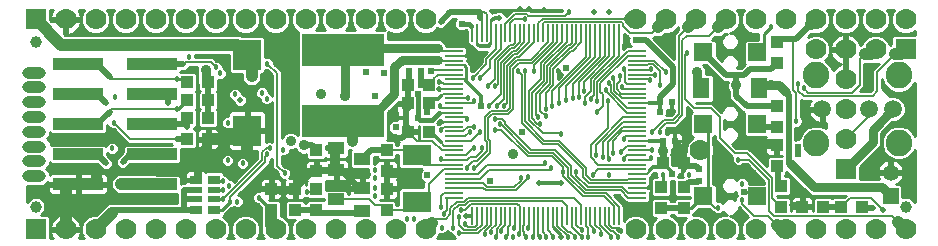
<source format=gbr>
G75*
G70*
%OFA0B0*%
%FSLAX24Y24*%
%IPPOS*%
%LPD*%
%AMOC8*
5,1,8,0,0,1.08239X$1,22.5*
%
%ADD10R,0.0079X0.0591*%
%ADD11R,0.0591X0.0079*%
%ADD12R,0.0400X0.0400*%
%ADD13R,0.0240X0.0230*%
%ADD14R,0.0230X0.0240*%
%ADD15R,0.0551X0.0394*%
%ADD16C,0.0394*%
%ADD17R,0.0700X0.0700*%
%ADD18C,0.0700*%
%ADD19R,0.0400X0.0300*%
%ADD20R,0.0400X0.0200*%
%ADD21R,0.2756X0.1102*%
%ADD22R,0.0571X0.0709*%
%ADD23O,0.0780X0.0390*%
%ADD24R,0.0610X0.0591*%
%ADD25R,0.1673X0.0394*%
%ADD26C,0.0886*%
%ADD27C,0.0591*%
%ADD28R,0.0531X0.0531*%
%ADD29C,0.0531*%
%ADD30R,0.0945X0.0709*%
%ADD31R,0.0945X0.1024*%
%ADD32C,0.0080*%
%ADD33C,0.0180*%
%ADD34C,0.0198*%
%ADD35C,0.0100*%
%ADD36C,0.0200*%
%ADD37C,0.0237*%
%ADD38C,0.0120*%
%ADD39C,0.0400*%
%ADD40C,0.0354*%
%ADD41C,0.0360*%
%ADD42C,0.0300*%
%ADD43C,0.0160*%
%ADD44C,0.0240*%
%ADD45C,0.0050*%
D10*
X021217Y010151D03*
X021375Y010151D03*
X021532Y010151D03*
X021690Y010151D03*
X021847Y010151D03*
X022005Y010151D03*
X022162Y010151D03*
X022320Y010151D03*
X022477Y010151D03*
X022634Y010151D03*
X022792Y010151D03*
X022949Y010151D03*
X023107Y010151D03*
X023264Y010151D03*
X023422Y010151D03*
X023579Y010151D03*
X023737Y010151D03*
X023894Y010151D03*
X024052Y010151D03*
X024209Y010151D03*
X024367Y010151D03*
X024524Y010151D03*
X024682Y010151D03*
X024839Y010151D03*
X024997Y010151D03*
X025154Y010151D03*
X025312Y010151D03*
X025469Y010151D03*
X025627Y010151D03*
X025784Y010151D03*
X025942Y010151D03*
X026099Y010151D03*
X026099Y016253D03*
X025942Y016253D03*
X025784Y016253D03*
X025627Y016253D03*
X025469Y016253D03*
X025312Y016253D03*
X025154Y016253D03*
X024997Y016253D03*
X024839Y016253D03*
X024682Y016253D03*
X024524Y016253D03*
X024367Y016253D03*
X024209Y016253D03*
X024052Y016253D03*
X023894Y016253D03*
X023737Y016253D03*
X023579Y016253D03*
X023422Y016253D03*
X023264Y016253D03*
X023107Y016253D03*
X022949Y016253D03*
X022792Y016253D03*
X022634Y016253D03*
X022477Y016253D03*
X022320Y016253D03*
X022162Y016253D03*
X022005Y016253D03*
X021847Y016253D03*
X021690Y016253D03*
X021532Y016253D03*
X021375Y016253D03*
X021217Y016253D03*
D11*
X020607Y015643D03*
X020607Y015485D03*
X020607Y015328D03*
X020607Y015170D03*
X020607Y015013D03*
X020607Y014855D03*
X020607Y014698D03*
X020607Y014540D03*
X020607Y014383D03*
X020607Y014226D03*
X020607Y014068D03*
X020607Y013911D03*
X020607Y013753D03*
X020607Y013596D03*
X020607Y013438D03*
X020607Y013281D03*
X020607Y013123D03*
X020607Y012966D03*
X020607Y012808D03*
X020607Y012651D03*
X020607Y012493D03*
X020607Y012336D03*
X020607Y012178D03*
X020607Y012021D03*
X020607Y011863D03*
X020607Y011706D03*
X020607Y011548D03*
X020607Y011391D03*
X020607Y011233D03*
X020607Y011076D03*
X020607Y010918D03*
X020607Y010761D03*
X026709Y010761D03*
X026709Y010918D03*
X026709Y011076D03*
X026709Y011233D03*
X026709Y011391D03*
X026709Y011548D03*
X026709Y011706D03*
X026709Y011863D03*
X026709Y012021D03*
X026709Y012178D03*
X026709Y012336D03*
X026709Y012493D03*
X026709Y012651D03*
X026709Y012808D03*
X026709Y012966D03*
X026709Y013123D03*
X026709Y013281D03*
X026709Y013438D03*
X026709Y013596D03*
X026709Y013753D03*
X026709Y013911D03*
X026709Y014068D03*
X026709Y014226D03*
X026709Y014383D03*
X026709Y014540D03*
X026709Y014698D03*
X026709Y014855D03*
X026709Y015013D03*
X026709Y015170D03*
X026709Y015328D03*
X026709Y015485D03*
X026709Y015643D03*
D12*
X031358Y015952D03*
X031358Y015252D03*
X031358Y013802D03*
X031358Y013102D03*
X031358Y012502D03*
X031358Y011802D03*
X031508Y011152D03*
X031508Y010452D03*
X032208Y010452D03*
X032908Y010452D03*
X033508Y010452D03*
X034208Y010452D03*
X028258Y010402D03*
X027508Y010402D03*
X027508Y011102D03*
X028258Y011102D03*
X028258Y011902D03*
X027558Y011902D03*
X019758Y012952D03*
X019058Y012952D03*
X018358Y012352D03*
X018358Y011652D03*
X018358Y011052D03*
X018358Y010352D03*
X016008Y010352D03*
X015308Y010352D03*
X014508Y010352D03*
X014508Y011052D03*
X015308Y011052D03*
X016008Y011052D03*
X016008Y011652D03*
X016008Y012352D03*
X019058Y013902D03*
X019758Y013902D03*
X019758Y014502D03*
X019058Y014502D03*
X012408Y014602D03*
X011708Y014602D03*
X011708Y014002D03*
X011708Y013402D03*
X012408Y013402D03*
X012408Y014002D03*
X012408Y012702D03*
X011708Y012702D03*
D13*
X019008Y013427D03*
X019408Y013427D03*
X019508Y014977D03*
X019108Y014977D03*
X027458Y013952D03*
X027858Y013952D03*
X027958Y012652D03*
X027558Y012652D03*
D14*
X028758Y011702D03*
X028758Y011302D03*
D15*
X017541Y011076D03*
X016675Y010702D03*
X017541Y010328D03*
X016675Y011678D03*
X017541Y012052D03*
X016675Y012426D03*
D16*
X006658Y010452D03*
X006658Y015952D03*
X035658Y010452D03*
D17*
X033658Y011702D03*
X035658Y015702D03*
X006658Y016702D03*
X006658Y009702D03*
D18*
X007658Y009702D03*
X008658Y009702D03*
X009658Y009702D03*
X010658Y009702D03*
X011658Y009702D03*
X012658Y009702D03*
X013658Y009702D03*
X014658Y009702D03*
X015658Y009702D03*
X016658Y009702D03*
X017658Y009702D03*
X018658Y009702D03*
X019658Y009702D03*
X026658Y009702D03*
X027658Y009702D03*
X028658Y009702D03*
X029658Y009702D03*
X030658Y009702D03*
X031658Y009702D03*
X032658Y009702D03*
X033658Y009702D03*
X034658Y009702D03*
X035658Y009702D03*
X033658Y012702D03*
X033658Y013702D03*
X033658Y014702D03*
X033658Y015702D03*
X032658Y015702D03*
X032658Y016702D03*
X033658Y016702D03*
X034658Y016702D03*
X035658Y016702D03*
X034658Y015702D03*
X031658Y016702D03*
X030658Y016702D03*
X029658Y016702D03*
X028658Y016702D03*
X027658Y016702D03*
X026658Y016702D03*
X019658Y016702D03*
X018658Y016702D03*
X017658Y016702D03*
X016658Y016702D03*
X015658Y016702D03*
X014658Y016702D03*
X013658Y016702D03*
X012658Y016702D03*
X011658Y016702D03*
X010658Y016702D03*
X009658Y016702D03*
X008658Y016702D03*
X007658Y016702D03*
X028808Y012352D03*
D19*
X012608Y011352D03*
X012008Y011352D03*
X012008Y010352D03*
X012608Y010352D03*
D20*
X012608Y010702D03*
X012008Y010702D03*
X012008Y011002D03*
X012608Y011002D03*
D21*
X016908Y013321D03*
X016908Y015683D03*
D22*
X028846Y014402D03*
X030771Y014402D03*
D23*
X006608Y014432D03*
X006608Y013940D03*
X006608Y013448D03*
X006608Y012956D03*
X006608Y012464D03*
X006608Y011972D03*
X006608Y011479D03*
X006608Y014924D03*
D24*
X028922Y015602D03*
X030694Y015602D03*
X030694Y013202D03*
X028922Y013202D03*
X028922Y010802D03*
X030694Y010802D03*
D25*
X010538Y011202D03*
X010538Y012202D03*
X010538Y013202D03*
X010538Y014202D03*
X010538Y015202D03*
X008078Y015202D03*
X008078Y014202D03*
X008078Y013202D03*
X008078Y012202D03*
X008078Y011202D03*
D26*
X032679Y012588D03*
X035435Y012588D03*
X035435Y014832D03*
X032679Y014832D03*
D27*
X032876Y013710D03*
X033664Y013710D03*
X034451Y013710D03*
X035238Y013710D03*
D28*
X035158Y010808D03*
D29*
X035158Y011596D03*
D30*
X019358Y012189D03*
X019358Y010614D03*
D31*
X013708Y012992D03*
X013708Y015512D03*
D32*
X019058Y012952D02*
X019358Y012652D01*
X019883Y012652D01*
X020199Y012336D01*
X020607Y012336D01*
X020607Y012493D02*
X020267Y012493D01*
X020158Y012602D01*
X020158Y012627D01*
X019833Y012952D02*
X019758Y012952D01*
X020183Y013277D02*
X020187Y013281D01*
X020607Y013281D01*
X020607Y013438D02*
X020972Y013438D01*
X021033Y013377D01*
X020607Y013596D02*
X020102Y013596D01*
X020157Y014151D02*
X020232Y014226D01*
X020607Y014226D01*
X020607Y014383D02*
X020114Y014383D01*
X020108Y014377D01*
X020270Y014540D02*
X020183Y014627D01*
X020108Y014627D01*
X020270Y014540D02*
X020607Y014540D01*
X020607Y014698D02*
X021008Y014698D01*
X020607Y014855D02*
X020062Y014855D01*
X019908Y014702D01*
X019908Y014652D01*
X019758Y014502D01*
X019833Y014977D02*
X019869Y015013D01*
X020607Y015013D01*
X020607Y015170D02*
X020940Y015170D01*
X020607Y015328D02*
X020107Y015328D01*
X020083Y015352D01*
X020167Y015643D02*
X020058Y015752D01*
X020167Y015643D02*
X020607Y015643D01*
X020607Y015485D02*
X020992Y015485D01*
X021375Y015885D02*
X021375Y016253D01*
X021532Y016253D02*
X021532Y016678D01*
X021458Y016752D01*
X021458Y016952D02*
X021608Y016952D01*
X021690Y016870D01*
X021690Y016253D01*
X021847Y016253D02*
X021847Y015891D01*
X021822Y015866D01*
X021400Y015860D02*
X021375Y015885D01*
X021217Y016253D02*
X021217Y016443D01*
X021167Y016493D01*
X021847Y016641D02*
X021847Y016253D01*
X021847Y016641D02*
X021872Y016666D01*
X026709Y013911D02*
X027117Y013911D01*
X027107Y012651D02*
X026709Y012651D01*
X027133Y011677D02*
X027133Y011652D01*
X027030Y011548D01*
X026709Y011548D01*
X026709Y011076D02*
X026582Y011076D01*
X026709Y011076D02*
X027082Y011076D01*
X025784Y010151D02*
X025784Y009841D01*
X025873Y009752D01*
X026048Y009752D01*
X026118Y009682D01*
X023894Y009771D02*
X023894Y010151D01*
X021773Y011692D02*
X021472Y011391D01*
X020607Y011391D01*
X020607Y011548D02*
X021400Y011548D01*
X021703Y011852D01*
X023583Y011852D01*
X023633Y011902D01*
X023833Y011752D02*
X023773Y011692D01*
X021773Y011692D01*
X021333Y012127D02*
X021533Y012327D01*
X021533Y012402D01*
X021333Y012127D02*
X021133Y012127D01*
X021027Y012021D01*
X020607Y012021D01*
X020189Y012021D01*
X020158Y012052D01*
X020262Y011706D02*
X019758Y011202D01*
X019758Y010952D01*
X019421Y010614D01*
X019358Y010614D01*
X019096Y010352D01*
X018358Y010352D01*
X018208Y010502D01*
X017983Y010502D01*
X017783Y010702D01*
X016675Y010702D01*
X019358Y012102D02*
X019597Y011863D01*
X020607Y011863D01*
X020607Y011706D02*
X020262Y011706D01*
X019358Y012102D02*
X019358Y012189D01*
X019196Y012352D01*
X018358Y012352D01*
X021167Y010152D02*
X021217Y010152D01*
X021217Y010151D01*
X033658Y012702D02*
X034451Y013495D01*
X034451Y013710D01*
X033708Y013652D02*
X033664Y013696D01*
X033664Y013710D01*
X033658Y013702D02*
X033664Y013696D01*
D33*
X032258Y014402D03*
X032083Y014552D03*
X032008Y013302D03*
X030083Y012027D03*
X030208Y011227D03*
X030208Y010677D03*
X029408Y010427D03*
X028433Y011527D03*
X027558Y011527D03*
X027183Y012077D03*
X027208Y012352D03*
X026258Y012052D03*
X026158Y012277D03*
X025908Y012252D03*
X025783Y012052D03*
X025558Y012102D03*
X025333Y012177D03*
X025233Y011527D03*
X025783Y011527D03*
X024683Y011627D03*
X024233Y011627D03*
X023833Y011752D03*
X023633Y011902D03*
X023083Y011452D03*
X022833Y011402D03*
X021278Y011762D03*
X021048Y011762D03*
X020158Y012052D03*
X021283Y012402D03*
X021533Y012402D03*
X021458Y012952D03*
X021283Y013127D03*
X021133Y012952D03*
X021033Y013377D03*
X021283Y013977D03*
X021058Y014077D03*
X021783Y013827D03*
X022033Y013827D03*
X022283Y013827D03*
X021958Y013377D03*
X022133Y013202D03*
X021958Y013027D03*
X023408Y013452D03*
X023483Y013227D03*
X023658Y013477D03*
X023658Y013727D03*
X023883Y013827D03*
X024108Y013927D03*
X024333Y014027D03*
X024558Y014077D03*
X024783Y014127D03*
X024933Y014327D03*
X025158Y014052D03*
X025383Y013977D03*
X025733Y013977D03*
X025358Y013602D03*
X024958Y013902D03*
X025658Y014352D03*
X025758Y014577D03*
X025908Y014752D03*
X026133Y014827D03*
X026258Y015052D03*
X027158Y015052D03*
X027308Y014852D03*
X027133Y014677D03*
X027458Y014502D03*
X027658Y014952D03*
X028383Y015577D03*
X026208Y014452D03*
X024083Y014977D03*
X023283Y014977D03*
X022983Y014977D03*
X022733Y014977D03*
X021983Y014477D03*
X021733Y014477D03*
X021468Y014752D03*
X021233Y014752D03*
X020108Y014627D03*
X020133Y013827D03*
X020158Y013002D03*
X017958Y011677D03*
X017958Y011427D03*
X017958Y011077D03*
X017958Y010827D03*
X019033Y010052D03*
X019283Y010052D03*
X020193Y009752D03*
X020583Y009752D03*
X020763Y009592D03*
X020958Y009877D03*
X020758Y010127D03*
X020833Y010352D03*
X020258Y010227D03*
X020183Y010452D03*
X021623Y009552D03*
X021848Y009622D03*
X021998Y009442D03*
X022188Y009642D03*
X022328Y009442D03*
X022558Y009442D03*
X022758Y009562D03*
X022618Y009752D03*
X023058Y009732D03*
X022998Y009442D03*
X023228Y009442D03*
X023458Y009442D03*
X023688Y009442D03*
X023918Y009442D03*
X024398Y009442D03*
X024628Y009442D03*
X024858Y009442D03*
X025088Y009442D03*
X025288Y009647D03*
X025498Y009542D03*
X025828Y009442D03*
X026058Y009442D03*
X024858Y009682D03*
X026258Y012727D03*
X027208Y012952D03*
X027458Y012952D03*
X024158Y012877D03*
X022958Y016702D03*
X024433Y016957D03*
X031158Y016452D03*
X015708Y010952D03*
X014958Y011577D03*
X014908Y012352D03*
X014458Y012427D03*
X014383Y012202D03*
X013558Y011902D03*
X013058Y012002D03*
X012908Y011302D03*
X013108Y011152D03*
X012908Y011002D03*
X012908Y010702D03*
X013133Y010627D03*
X013383Y010627D03*
X014108Y010752D03*
X011358Y012702D03*
X011708Y013102D03*
X011358Y013702D03*
X011058Y013902D03*
X011358Y014702D03*
X012683Y015102D03*
X012808Y014902D03*
X013308Y014202D03*
X014208Y014252D03*
X014358Y014052D03*
X013058Y013252D03*
X009558Y011952D03*
X009008Y011902D03*
X009208Y012402D03*
X009258Y013252D03*
X009008Y013902D03*
X009308Y014102D03*
X011758Y015452D03*
X014383Y015227D03*
D34*
X013483Y014002D03*
X020108Y014377D03*
X020183Y013277D03*
X023433Y011262D03*
X024158Y011262D03*
X026118Y009682D03*
X024158Y009442D03*
X021008Y010152D03*
X027283Y011527D03*
X031883Y010527D03*
X034558Y010402D03*
X034908Y010352D03*
X025758Y016952D03*
X025258Y016952D03*
X023608Y017002D03*
X023108Y017052D03*
X022808Y017052D03*
X022308Y016952D03*
X022108Y016752D03*
X021458Y016752D03*
X021458Y016952D03*
X020158Y016627D03*
D35*
X007138Y010106D02*
X007138Y009402D01*
X007223Y009402D01*
X007217Y009407D01*
X007138Y009598D01*
X007138Y009653D01*
X007609Y009653D01*
X007609Y009750D01*
X007138Y009750D01*
X007138Y009805D01*
X007217Y009996D01*
X007364Y010143D01*
X007555Y010222D01*
X007610Y010222D01*
X007610Y009751D01*
X007707Y009751D01*
X007707Y010222D01*
X007762Y010222D01*
X007953Y010143D01*
X008099Y009996D01*
X008178Y009805D01*
X008178Y009750D01*
X007707Y009750D01*
X007707Y009653D01*
X008178Y009653D01*
X008178Y009598D01*
X008099Y009407D01*
X008093Y009402D01*
X008279Y009402D01*
X008251Y009430D01*
X008178Y009606D01*
X008178Y009797D01*
X008251Y009974D01*
X008386Y010109D01*
X008563Y010182D01*
X008671Y010182D01*
X009071Y010582D01*
X009213Y010582D01*
X011378Y010582D01*
X011378Y010607D01*
X011378Y010797D01*
X011378Y010875D01*
X010678Y010875D01*
X010675Y010872D01*
X009371Y010872D01*
X009178Y011065D01*
X009178Y011339D01*
X009371Y011532D01*
X010675Y011532D01*
X010678Y011529D01*
X011429Y011529D01*
X011505Y011453D01*
X011505Y011224D01*
X011513Y011232D01*
X011638Y011232D01*
X011638Y011327D01*
X011983Y011327D01*
X011983Y011377D01*
X011983Y011672D01*
X011738Y011672D01*
X011638Y011572D01*
X011638Y011377D01*
X011983Y011377D01*
X012033Y011377D01*
X012033Y011672D01*
X012279Y011672D01*
X012336Y011614D01*
X012354Y011632D01*
X012862Y011632D01*
X012938Y011556D01*
X012938Y011522D01*
X012952Y011522D01*
X013033Y011488D01*
X013095Y011426D01*
X013117Y011372D01*
X013152Y011372D01*
X013233Y011338D01*
X013279Y011292D01*
X014053Y012066D01*
X014053Y012310D01*
X013758Y012310D01*
X013758Y012942D01*
X013658Y012942D01*
X013066Y012942D01*
X013066Y012410D01*
X013165Y012310D01*
X013658Y012310D01*
X013658Y012942D01*
X013658Y013042D01*
X013126Y013042D01*
X013102Y013032D01*
X013014Y013032D01*
X012933Y013065D01*
X012872Y013127D01*
X012838Y013208D01*
X012838Y013296D01*
X012872Y013376D01*
X012933Y013438D01*
X013014Y013472D01*
X013066Y013472D01*
X013066Y013574D01*
X013165Y013674D01*
X013658Y013674D01*
X013658Y013042D01*
X013758Y013042D01*
X013758Y013674D01*
X014251Y013674D01*
X014351Y013574D01*
X014351Y013042D01*
X013758Y013042D01*
X013758Y012942D01*
X014351Y012942D01*
X014351Y012620D01*
X014414Y012647D01*
X014502Y012647D01*
X014553Y012626D01*
X014553Y013948D01*
X014545Y013927D01*
X014483Y013865D01*
X014402Y013832D01*
X014314Y013832D01*
X014233Y013865D01*
X014172Y013927D01*
X014138Y014008D01*
X014138Y014043D01*
X014083Y014065D01*
X014022Y014127D01*
X013988Y014208D01*
X013988Y014296D01*
X014022Y014376D01*
X014083Y014438D01*
X014164Y014472D01*
X014252Y014472D01*
X014333Y014438D01*
X014395Y014376D01*
X014428Y014296D01*
X014428Y014261D01*
X014483Y014238D01*
X014545Y014176D01*
X014553Y014156D01*
X014553Y014838D01*
X014384Y015007D01*
X014339Y015007D01*
X014311Y015019D01*
X014311Y014946D01*
X014234Y014870D01*
X014188Y014870D01*
X014188Y014665D01*
X013995Y014472D01*
X013721Y014472D01*
X013528Y014665D01*
X013528Y014870D01*
X013182Y014870D01*
X013106Y014946D01*
X013106Y015522D01*
X011967Y015522D01*
X011978Y015496D01*
X011978Y015432D01*
X012444Y015432D01*
X012572Y015432D01*
X012682Y015322D01*
X012727Y015322D01*
X012808Y015288D01*
X012870Y015226D01*
X012903Y015146D01*
X012903Y015101D01*
X012933Y015088D01*
X012995Y015026D01*
X013028Y014946D01*
X013028Y014858D01*
X012995Y014777D01*
X012933Y014715D01*
X012852Y014682D01*
X012764Y014682D01*
X012738Y014693D01*
X012738Y014348D01*
X012692Y014302D01*
X012738Y014256D01*
X012738Y013748D01*
X012692Y013702D01*
X012738Y013656D01*
X012738Y013148D01*
X012662Y013072D01*
X012154Y013072D01*
X012078Y013148D01*
X012078Y013656D01*
X012124Y013702D01*
X012078Y013748D01*
X012078Y014256D01*
X012124Y014302D01*
X012078Y014348D01*
X012078Y014536D01*
X012053Y014561D01*
X012053Y014875D01*
X012026Y014941D01*
X012026Y015063D01*
X012050Y015122D01*
X011813Y015122D01*
X011813Y015107D01*
X011678Y014972D01*
X011505Y014972D01*
X011505Y014951D01*
X011486Y014932D01*
X011962Y014932D01*
X012038Y014856D01*
X012038Y014348D01*
X011992Y014302D01*
X012038Y014256D01*
X012038Y013748D01*
X011992Y013702D01*
X012038Y013656D01*
X012038Y013148D01*
X011962Y013072D01*
X011938Y013072D01*
X011938Y013032D01*
X011962Y013032D01*
X012038Y012956D01*
X012038Y012448D01*
X011962Y012372D01*
X011505Y012372D01*
X011505Y011951D01*
X011429Y011875D01*
X009806Y011875D01*
X009653Y011722D01*
X009463Y011722D01*
X009328Y011857D01*
X009328Y012047D01*
X009572Y012291D01*
X009572Y012453D01*
X009648Y012529D01*
X011206Y012529D01*
X011188Y012547D01*
X009872Y012547D01*
X009744Y012547D01*
X009259Y013032D01*
X009214Y013032D01*
X009133Y013065D01*
X009072Y013127D01*
X009044Y013193D01*
X009044Y012951D01*
X008968Y012875D01*
X007187Y012875D01*
X007128Y012934D01*
X007128Y012821D01*
X007045Y012738D01*
X007168Y012615D01*
X007168Y012509D01*
X007187Y012529D01*
X008968Y012529D01*
X009007Y012490D01*
X009022Y012526D01*
X009083Y012588D01*
X009164Y012622D01*
X009252Y012622D01*
X009333Y012588D01*
X009395Y012526D01*
X009428Y012446D01*
X009428Y012358D01*
X009395Y012277D01*
X009333Y012215D01*
X009252Y012182D01*
X009164Y012182D01*
X009083Y012215D01*
X009044Y012255D01*
X009044Y012191D01*
X009238Y011997D01*
X009238Y011807D01*
X009103Y011672D01*
X008913Y011672D01*
X008710Y011875D01*
X007187Y011875D01*
X007128Y011934D01*
X007128Y011837D01*
X007017Y011726D01*
X007128Y011614D01*
X007128Y011526D01*
X007171Y011569D01*
X008029Y011569D01*
X008029Y011251D01*
X008126Y011251D01*
X008126Y011569D01*
X008985Y011569D01*
X009084Y011469D01*
X009084Y011250D01*
X008126Y011250D01*
X008126Y011153D01*
X008126Y010835D01*
X008985Y010835D01*
X009084Y010935D01*
X009084Y011153D01*
X008126Y011153D01*
X008029Y011153D01*
X008029Y010835D01*
X007171Y010835D01*
X007071Y010935D01*
X007071Y011153D01*
X008029Y011153D01*
X008029Y011250D01*
X007071Y011250D01*
X007071Y011288D01*
X006938Y011154D01*
X006358Y011154D01*
X006358Y010614D01*
X006523Y010779D01*
X006793Y010779D01*
X006985Y010587D01*
X006985Y010316D01*
X006850Y010182D01*
X007062Y010182D01*
X007138Y010106D01*
X007138Y010089D02*
X007310Y010089D01*
X007215Y009990D02*
X007138Y009990D01*
X007138Y009892D02*
X007174Y009892D01*
X007138Y009793D02*
X007138Y009793D01*
X007138Y009695D02*
X007609Y009695D01*
X007707Y009695D02*
X008178Y009695D01*
X008178Y009793D02*
X008178Y009793D01*
X008142Y009892D02*
X008217Y009892D01*
X008268Y009990D02*
X008101Y009990D01*
X008007Y010089D02*
X008366Y010089D01*
X008677Y010187D02*
X007845Y010187D01*
X007707Y010187D02*
X007610Y010187D01*
X007610Y010089D02*
X007707Y010089D01*
X007707Y009990D02*
X007610Y009990D01*
X007610Y009892D02*
X007707Y009892D01*
X007707Y009793D02*
X007610Y009793D01*
X007139Y009596D02*
X007138Y009596D01*
X007138Y009498D02*
X007180Y009498D01*
X007471Y010187D02*
X006856Y010187D01*
X006954Y010286D02*
X008775Y010286D01*
X008874Y010384D02*
X006985Y010384D01*
X006985Y010483D02*
X008973Y010483D01*
X009071Y010581D02*
X006985Y010581D01*
X006892Y010680D02*
X011378Y010680D01*
X011378Y010779D02*
X006794Y010779D01*
X006523Y010779D02*
X006358Y010779D01*
X006358Y010877D02*
X007129Y010877D01*
X007071Y010976D02*
X006358Y010976D01*
X006358Y011074D02*
X007071Y011074D01*
X006956Y011173D02*
X008029Y011173D01*
X008126Y011173D02*
X009178Y011173D01*
X009178Y011271D02*
X009084Y011271D01*
X009084Y011370D02*
X009209Y011370D01*
X009308Y011468D02*
X009084Y011468D01*
X008987Y011567D02*
X011638Y011567D01*
X011638Y011468D02*
X011489Y011468D01*
X011505Y011370D02*
X011983Y011370D01*
X011983Y011468D02*
X012033Y011468D01*
X012033Y011567D02*
X011983Y011567D01*
X011983Y011665D02*
X012033Y011665D01*
X012285Y011665D02*
X013653Y011665D01*
X013602Y011682D02*
X013514Y011682D01*
X013433Y011715D01*
X013372Y011777D01*
X013338Y011858D01*
X013338Y011946D01*
X013372Y012026D01*
X013433Y012088D01*
X013514Y012122D01*
X013602Y012122D01*
X013683Y012088D01*
X013745Y012026D01*
X013778Y011946D01*
X013778Y011858D01*
X013745Y011777D01*
X013683Y011715D01*
X013602Y011682D01*
X013554Y011567D02*
X012927Y011567D01*
X013053Y011468D02*
X013455Y011468D01*
X013357Y011370D02*
X013157Y011370D01*
X012908Y011302D02*
X012658Y011302D01*
X012608Y011352D01*
X012608Y011002D02*
X012908Y011002D01*
X013422Y010847D02*
X014463Y011888D01*
X014463Y011997D01*
X014508Y012015D01*
X014553Y012061D01*
X014553Y011763D01*
X014644Y011672D01*
X014738Y011578D01*
X014738Y011533D01*
X014772Y011452D01*
X014833Y011390D01*
X014914Y011357D01*
X014973Y011357D01*
X014938Y011322D01*
X014938Y011102D01*
X015258Y011102D01*
X015258Y011422D01*
X015114Y011422D01*
X015145Y011452D01*
X015178Y011533D01*
X015178Y011621D01*
X015145Y011701D01*
X015083Y011763D01*
X015002Y011797D01*
X014957Y011797D01*
X014863Y011891D01*
X014863Y012132D01*
X014864Y012132D01*
X014952Y012132D01*
X015033Y012165D01*
X015095Y012227D01*
X015128Y012308D01*
X015128Y012345D01*
X015219Y012345D01*
X015323Y012388D01*
X015348Y012328D01*
X015434Y012241D01*
X015547Y012195D01*
X015669Y012195D01*
X015678Y012198D01*
X015678Y012098D01*
X015754Y012022D01*
X016262Y012022D01*
X016314Y012074D01*
X016329Y012059D01*
X016627Y012059D01*
X016627Y012377D01*
X016723Y012377D01*
X016723Y012059D01*
X017021Y012059D01*
X017121Y012159D01*
X017121Y012342D01*
X017175Y012342D01*
X017136Y012303D01*
X017136Y011801D01*
X017212Y011725D01*
X017740Y011725D01*
X017738Y011721D01*
X017738Y011633D01*
X017772Y011552D01*
X017772Y011551D01*
X017738Y011471D01*
X017738Y011443D01*
X017590Y011443D01*
X017590Y011125D01*
X017493Y011125D01*
X017493Y011443D01*
X017195Y011443D01*
X017096Y011343D01*
X017096Y011124D01*
X017492Y011124D01*
X017492Y011027D01*
X017096Y011027D01*
X017096Y010872D01*
X017081Y010872D01*
X017081Y010953D01*
X017004Y011029D01*
X016346Y011029D01*
X016338Y011021D01*
X016338Y011306D01*
X016333Y011311D01*
X016627Y011311D01*
X016627Y011629D01*
X016723Y011629D01*
X016723Y011311D01*
X017021Y011311D01*
X017121Y011411D01*
X017121Y011629D01*
X016724Y011629D01*
X016724Y011726D01*
X017121Y011726D01*
X017121Y011945D01*
X017021Y012045D01*
X016723Y012045D01*
X016723Y011727D01*
X016627Y011727D01*
X016627Y012045D01*
X016329Y012045D01*
X016292Y012008D01*
X016279Y012022D01*
X016058Y012022D01*
X016058Y011702D01*
X015958Y011702D01*
X015958Y012022D01*
X015738Y012022D01*
X015638Y011922D01*
X015638Y011702D01*
X015958Y011702D01*
X015958Y011602D01*
X015638Y011602D01*
X015638Y011381D01*
X015696Y011324D01*
X015678Y011306D01*
X015678Y011172D01*
X015678Y011322D01*
X015579Y011422D01*
X015358Y011422D01*
X015358Y011102D01*
X015258Y011102D01*
X015258Y011002D01*
X014938Y011002D01*
X014938Y010781D01*
X015038Y010682D01*
X015258Y010682D01*
X015258Y011002D01*
X015358Y011002D01*
X015358Y010682D01*
X015579Y010682D01*
X015639Y010742D01*
X015664Y010732D01*
X015744Y010732D01*
X015754Y010722D01*
X016262Y010722D01*
X016269Y010729D01*
X016269Y010674D01*
X016262Y010682D01*
X015754Y010682D01*
X015678Y010606D01*
X015678Y010582D01*
X015638Y010582D01*
X015638Y010606D01*
X015562Y010682D01*
X015054Y010682D01*
X014978Y010606D01*
X014978Y010098D01*
X015054Y010022D01*
X015299Y010022D01*
X015251Y009974D01*
X015178Y009797D01*
X015178Y009606D01*
X015251Y009430D01*
X015279Y009402D01*
X015037Y009402D01*
X015065Y009430D01*
X015138Y009606D01*
X015138Y009797D01*
X015065Y009974D01*
X014930Y010109D01*
X014838Y010147D01*
X014838Y010489D01*
X014838Y010606D01*
X014762Y010682D01*
X014645Y010682D01*
X014433Y010682D01*
X014433Y010682D01*
X014458Y010682D01*
X014458Y011002D01*
X014138Y011002D01*
X014138Y010972D01*
X014064Y010972D01*
X013983Y010938D01*
X013922Y010876D01*
X013888Y010796D01*
X013888Y010708D01*
X013922Y010627D01*
X013983Y010565D01*
X014064Y010532D01*
X014074Y010532D01*
X014178Y010427D01*
X014178Y009715D01*
X014178Y009606D01*
X014251Y009430D01*
X014279Y009402D01*
X014037Y009402D01*
X014065Y009430D01*
X014138Y009606D01*
X014138Y009797D01*
X014065Y009974D01*
X013930Y010109D01*
X013754Y010182D01*
X013563Y010182D01*
X013386Y010109D01*
X013251Y009974D01*
X013178Y009797D01*
X013178Y009606D01*
X013251Y009430D01*
X013279Y009402D01*
X013037Y009402D01*
X013065Y009430D01*
X013138Y009606D01*
X013138Y009797D01*
X013065Y009974D01*
X012930Y010109D01*
X012908Y010118D01*
X012938Y010148D01*
X012938Y010177D01*
X013038Y010277D01*
X013168Y010407D01*
X013177Y010407D01*
X013258Y010440D01*
X013258Y010441D01*
X013258Y010440D01*
X013339Y010407D01*
X013427Y010407D01*
X013508Y010440D01*
X013570Y010502D01*
X013603Y010583D01*
X013603Y010671D01*
X013570Y010751D01*
X013508Y010813D01*
X013427Y010847D01*
X013422Y010847D01*
X013452Y010877D02*
X013922Y010877D01*
X013888Y010779D02*
X013542Y010779D01*
X013599Y010680D02*
X013900Y010680D01*
X013967Y010581D02*
X013602Y010581D01*
X013550Y010483D02*
X014122Y010483D01*
X014178Y010384D02*
X013145Y010384D01*
X013047Y010286D02*
X014178Y010286D01*
X014178Y010187D02*
X012948Y010187D01*
X012950Y010089D02*
X013366Y010089D01*
X013268Y009990D02*
X013049Y009990D01*
X013099Y009892D02*
X013217Y009892D01*
X013178Y009793D02*
X013138Y009793D01*
X013138Y009695D02*
X013178Y009695D01*
X013182Y009596D02*
X013134Y009596D01*
X013093Y009498D02*
X013223Y009498D01*
X014093Y009498D02*
X014223Y009498D01*
X014182Y009596D02*
X014134Y009596D01*
X014138Y009695D02*
X014178Y009695D01*
X014178Y009793D02*
X014138Y009793D01*
X014099Y009892D02*
X014178Y009892D01*
X014178Y009990D02*
X014049Y009990D01*
X013950Y010089D02*
X014178Y010089D01*
X014508Y010352D02*
X014108Y010752D01*
X014138Y010976D02*
X013551Y010976D01*
X013650Y011074D02*
X014458Y011074D01*
X014458Y011102D02*
X014458Y011002D01*
X014558Y011002D01*
X014558Y011102D01*
X014458Y011102D01*
X014458Y011422D01*
X014238Y011422D01*
X014138Y011322D01*
X014138Y011102D01*
X014458Y011102D01*
X014458Y011173D02*
X014558Y011173D01*
X014558Y011102D02*
X014558Y011422D01*
X014779Y011422D01*
X014878Y011322D01*
X014878Y011102D01*
X014558Y011102D01*
X014558Y011074D02*
X015258Y011074D01*
X015258Y010976D02*
X015358Y010976D01*
X015358Y010877D02*
X015258Y010877D01*
X015258Y010779D02*
X015358Y010779D01*
X015564Y010680D02*
X015752Y010680D01*
X016264Y010680D02*
X016269Y010680D01*
X016338Y011074D02*
X017492Y011074D01*
X017493Y011173D02*
X017590Y011173D01*
X017590Y011271D02*
X017493Y011271D01*
X017493Y011370D02*
X017590Y011370D01*
X017738Y011468D02*
X017121Y011468D01*
X017122Y011370D02*
X017080Y011370D01*
X017096Y011271D02*
X016338Y011271D01*
X016338Y011173D02*
X017096Y011173D01*
X017096Y010976D02*
X017057Y010976D01*
X017081Y010877D02*
X017096Y010877D01*
X016723Y011370D02*
X016627Y011370D01*
X016627Y011468D02*
X016723Y011468D01*
X016723Y011567D02*
X016627Y011567D01*
X016626Y011629D02*
X016229Y011629D01*
X016229Y011602D01*
X016058Y011602D01*
X016058Y011702D01*
X016378Y011702D01*
X016378Y011726D01*
X016626Y011726D01*
X016626Y011629D01*
X016626Y011665D02*
X016058Y011665D01*
X016058Y011764D02*
X015958Y011764D01*
X015958Y011863D02*
X016058Y011863D01*
X016058Y011961D02*
X015958Y011961D01*
X015716Y012060D02*
X014863Y012060D01*
X014863Y011961D02*
X015677Y011961D01*
X015638Y011863D02*
X014892Y011863D01*
X015081Y011764D02*
X015638Y011764D01*
X015638Y011567D02*
X015178Y011567D01*
X015160Y011665D02*
X015958Y011665D01*
X015638Y011468D02*
X015151Y011468D01*
X015258Y011370D02*
X015358Y011370D01*
X015358Y011271D02*
X015258Y011271D01*
X015258Y011173D02*
X015358Y011173D01*
X015678Y011173D02*
X015678Y011173D01*
X015678Y011172D02*
X015678Y011172D01*
X015678Y011271D02*
X015678Y011271D01*
X015650Y011370D02*
X015631Y011370D01*
X014938Y011271D02*
X014878Y011271D01*
X014878Y011173D02*
X014938Y011173D01*
X014878Y011002D02*
X014558Y011002D01*
X014558Y010682D01*
X014779Y010682D01*
X014878Y010781D01*
X014878Y011002D01*
X014878Y010976D02*
X014938Y010976D01*
X014938Y010877D02*
X014878Y010877D01*
X014875Y010779D02*
X014941Y010779D01*
X015052Y010680D02*
X014764Y010680D01*
X014838Y010581D02*
X014978Y010581D01*
X014978Y010483D02*
X014838Y010483D01*
X014838Y010384D02*
X014978Y010384D01*
X014978Y010286D02*
X014838Y010286D01*
X014838Y010187D02*
X014978Y010187D01*
X014987Y010089D02*
X014950Y010089D01*
X015049Y009990D02*
X015268Y009990D01*
X015217Y009892D02*
X015099Y009892D01*
X015138Y009793D02*
X015178Y009793D01*
X015178Y009695D02*
X015138Y009695D01*
X015134Y009596D02*
X015182Y009596D01*
X015223Y009498D02*
X015093Y009498D01*
X013133Y010627D02*
X012858Y010352D01*
X012608Y010352D01*
X012608Y010702D02*
X012908Y010702D01*
X013748Y011173D02*
X014138Y011173D01*
X014138Y011271D02*
X013847Y011271D01*
X013945Y011370D02*
X014186Y011370D01*
X014044Y011468D02*
X014765Y011468D01*
X014738Y011567D02*
X014142Y011567D01*
X014241Y011665D02*
X014650Y011665D01*
X014553Y011764D02*
X014339Y011764D01*
X014438Y011863D02*
X014553Y011863D01*
X014553Y011961D02*
X014463Y011961D01*
X014552Y012060D02*
X014553Y012060D01*
X015015Y012158D02*
X015678Y012158D01*
X015419Y012257D02*
X015107Y012257D01*
X015245Y012355D02*
X015336Y012355D01*
X015400Y012844D02*
X015332Y012912D01*
X015219Y012959D01*
X015097Y012959D01*
X014984Y012912D01*
X014898Y012826D01*
X014863Y012742D01*
X014863Y014838D01*
X014863Y014966D01*
X014603Y015226D01*
X014603Y015271D01*
X014570Y015351D01*
X014508Y015413D01*
X014427Y015447D01*
X014339Y015447D01*
X014311Y015435D01*
X014311Y016077D01*
X014234Y016154D01*
X013533Y016154D01*
X013505Y016182D01*
X007645Y016182D01*
X007610Y016217D01*
X007610Y016653D01*
X007707Y016653D01*
X007707Y016750D01*
X008178Y016750D01*
X008178Y016805D01*
X008099Y016996D01*
X008093Y017002D01*
X008279Y017002D01*
X008251Y016974D01*
X008178Y016797D01*
X008178Y016606D01*
X008251Y016430D01*
X008386Y016295D01*
X008563Y016222D01*
X008754Y016222D01*
X008930Y016295D01*
X009065Y016430D01*
X009138Y016606D01*
X009138Y016797D01*
X009065Y016974D01*
X009037Y017002D01*
X009279Y017002D01*
X009251Y016974D01*
X009178Y016797D01*
X009178Y016606D01*
X009251Y016430D01*
X009386Y016295D01*
X009563Y016222D01*
X009754Y016222D01*
X009930Y016295D01*
X010065Y016430D01*
X010138Y016606D01*
X010138Y016797D01*
X010065Y016974D01*
X010037Y017002D01*
X010279Y017002D01*
X010251Y016974D01*
X010178Y016797D01*
X010178Y016606D01*
X010251Y016430D01*
X010386Y016295D01*
X010563Y016222D01*
X010754Y016222D01*
X010930Y016295D01*
X011065Y016430D01*
X011138Y016606D01*
X011138Y016797D01*
X011065Y016974D01*
X011037Y017002D01*
X011279Y017002D01*
X011251Y016974D01*
X011178Y016797D01*
X011178Y016606D01*
X011251Y016430D01*
X011386Y016295D01*
X011563Y016222D01*
X011754Y016222D01*
X011930Y016295D01*
X012065Y016430D01*
X012138Y016606D01*
X012138Y016797D01*
X012065Y016974D01*
X012037Y017002D01*
X012279Y017002D01*
X012251Y016974D01*
X012178Y016797D01*
X012178Y016606D01*
X012251Y016430D01*
X012386Y016295D01*
X012563Y016222D01*
X012754Y016222D01*
X012930Y016295D01*
X013065Y016430D01*
X013138Y016606D01*
X013138Y016797D01*
X013065Y016974D01*
X013037Y017002D01*
X013279Y017002D01*
X013251Y016974D01*
X013178Y016797D01*
X013178Y016606D01*
X013251Y016430D01*
X013386Y016295D01*
X013563Y016222D01*
X013754Y016222D01*
X013930Y016295D01*
X014065Y016430D01*
X014138Y016606D01*
X014138Y016797D01*
X014065Y016974D01*
X014037Y017002D01*
X014279Y017002D01*
X014251Y016974D01*
X014178Y016797D01*
X014178Y016606D01*
X014251Y016430D01*
X014386Y016295D01*
X014563Y016222D01*
X014754Y016222D01*
X014930Y016295D01*
X015065Y016430D01*
X015138Y016606D01*
X015138Y016797D01*
X015065Y016974D01*
X015037Y017002D01*
X015279Y017002D01*
X015251Y016974D01*
X015178Y016797D01*
X015178Y016606D01*
X015251Y016430D01*
X015386Y016295D01*
X015401Y016289D01*
X015400Y016288D01*
X015400Y015107D01*
X015400Y013897D01*
X015400Y012844D01*
X015400Y012848D02*
X015396Y012848D01*
X015400Y012947D02*
X015249Y012947D01*
X015400Y013045D02*
X014863Y013045D01*
X014863Y012947D02*
X015067Y012947D01*
X014920Y012848D02*
X014863Y012848D01*
X014863Y012749D02*
X014866Y012749D01*
X014553Y012749D02*
X014351Y012749D01*
X014351Y012651D02*
X014553Y012651D01*
X014553Y012848D02*
X014351Y012848D01*
X014351Y013045D02*
X014553Y013045D01*
X014553Y012947D02*
X013758Y012947D01*
X013758Y013045D02*
X013658Y013045D01*
X013658Y012947D02*
X012778Y012947D01*
X012778Y012972D02*
X012679Y013072D01*
X012458Y013072D01*
X012458Y012752D01*
X012358Y012752D01*
X012358Y013072D01*
X012138Y013072D01*
X012038Y012972D01*
X012038Y012752D01*
X012358Y012752D01*
X012358Y012652D01*
X012038Y012652D01*
X012038Y012431D01*
X012138Y012332D01*
X012358Y012332D01*
X012358Y012652D01*
X012458Y012652D01*
X012458Y012752D01*
X012778Y012752D01*
X012778Y012972D01*
X012705Y013045D02*
X012982Y013045D01*
X012865Y013144D02*
X012734Y013144D01*
X012738Y013242D02*
X012838Y013242D01*
X012857Y013341D02*
X012738Y013341D01*
X012738Y013439D02*
X012936Y013439D01*
X013066Y013538D02*
X012738Y013538D01*
X012738Y013636D02*
X013128Y013636D01*
X013328Y013833D02*
X012738Y013833D01*
X012738Y013932D02*
X013264Y013932D01*
X013254Y013956D02*
X013254Y013986D01*
X013183Y014015D01*
X013122Y014077D01*
X013088Y014158D01*
X013088Y014246D01*
X013122Y014326D01*
X013121Y014326D02*
X012716Y014326D01*
X012738Y014228D02*
X013088Y014228D01*
X013100Y014129D02*
X012738Y014129D01*
X012738Y014031D02*
X013168Y014031D01*
X013254Y013956D02*
X013289Y013872D01*
X013353Y013808D01*
X013438Y013773D01*
X013529Y013773D01*
X013613Y013808D01*
X013677Y013872D01*
X013712Y013956D01*
X013712Y014047D01*
X013677Y014132D01*
X013613Y014196D01*
X013529Y014231D01*
X013528Y014231D01*
X013528Y014246D01*
X013495Y014326D01*
X014001Y014326D01*
X013988Y014228D02*
X013537Y014228D01*
X013495Y014326D02*
X013433Y014388D01*
X013352Y014422D01*
X013264Y014422D01*
X013183Y014388D01*
X013122Y014326D01*
X012738Y014425D02*
X014070Y014425D01*
X014046Y014523D02*
X014553Y014523D01*
X014553Y014425D02*
X014346Y014425D01*
X014415Y014326D02*
X014553Y014326D01*
X014553Y014228D02*
X014493Y014228D01*
X014546Y013932D02*
X014553Y013932D01*
X014553Y013833D02*
X014406Y013833D01*
X014311Y013833D02*
X013639Y013833D01*
X013702Y013932D02*
X014170Y013932D01*
X014138Y014031D02*
X013712Y014031D01*
X013678Y014129D02*
X014021Y014129D01*
X014145Y014622D02*
X014553Y014622D01*
X014553Y014720D02*
X014188Y014720D01*
X014188Y014819D02*
X014553Y014819D01*
X014473Y014917D02*
X014282Y014917D01*
X014311Y015016D02*
X014318Y015016D01*
X014616Y015213D02*
X015400Y015213D01*
X015400Y015114D02*
X014715Y015114D01*
X014813Y015016D02*
X015400Y015016D01*
X015400Y014917D02*
X014863Y014917D01*
X014863Y014819D02*
X015400Y014819D01*
X015400Y014720D02*
X014863Y014720D01*
X014863Y014622D02*
X015400Y014622D01*
X015400Y014523D02*
X014863Y014523D01*
X014863Y014425D02*
X015400Y014425D01*
X015400Y014326D02*
X014863Y014326D01*
X014863Y014228D02*
X015400Y014228D01*
X015400Y014129D02*
X014863Y014129D01*
X014863Y014031D02*
X015400Y014031D01*
X015400Y013932D02*
X014863Y013932D01*
X014863Y013833D02*
X015400Y013833D01*
X015400Y013735D02*
X014863Y013735D01*
X014863Y013636D02*
X015400Y013636D01*
X015400Y013538D02*
X014863Y013538D01*
X014863Y013439D02*
X015400Y013439D01*
X015400Y013341D02*
X014863Y013341D01*
X014863Y013242D02*
X015400Y013242D01*
X015400Y013144D02*
X014863Y013144D01*
X014553Y013144D02*
X014351Y013144D01*
X014351Y013242D02*
X014553Y013242D01*
X014553Y013341D02*
X014351Y013341D01*
X014351Y013439D02*
X014553Y013439D01*
X014553Y013538D02*
X014351Y013538D01*
X014288Y013636D02*
X014553Y013636D01*
X014553Y013735D02*
X012725Y013735D01*
X012091Y013735D02*
X012025Y013735D01*
X012038Y013833D02*
X012078Y013833D01*
X012078Y013932D02*
X012038Y013932D01*
X012038Y014031D02*
X012078Y014031D01*
X012078Y014129D02*
X012038Y014129D01*
X012038Y014228D02*
X012078Y014228D01*
X012100Y014326D02*
X012016Y014326D01*
X012038Y014425D02*
X012078Y014425D01*
X012078Y014523D02*
X012038Y014523D01*
X012038Y014622D02*
X012053Y014622D01*
X012053Y014720D02*
X012038Y014720D01*
X012038Y014819D02*
X012053Y014819D01*
X012036Y014917D02*
X011976Y014917D01*
X012026Y015016D02*
X011722Y015016D01*
X011813Y015114D02*
X012047Y015114D01*
X012594Y015410D02*
X013106Y015410D01*
X013106Y015312D02*
X012752Y015312D01*
X012875Y015213D02*
X013106Y015213D01*
X013106Y015114D02*
X012903Y015114D01*
X012999Y015016D02*
X013106Y015016D01*
X013134Y014917D02*
X013028Y014917D01*
X013012Y014819D02*
X013528Y014819D01*
X013528Y014720D02*
X012938Y014720D01*
X012738Y014622D02*
X013572Y014622D01*
X013670Y014523D02*
X012738Y014523D01*
X011708Y014602D02*
X011608Y014702D01*
X011358Y014702D01*
X011708Y014002D02*
X011408Y013702D01*
X011358Y013702D01*
X012038Y013636D02*
X012078Y013636D01*
X012078Y013538D02*
X012038Y013538D01*
X012038Y013439D02*
X012078Y013439D01*
X012078Y013341D02*
X012038Y013341D01*
X012038Y013242D02*
X012078Y013242D01*
X012083Y013144D02*
X012034Y013144D01*
X012111Y013045D02*
X011938Y013045D01*
X012038Y012947D02*
X012038Y012947D01*
X012038Y012848D02*
X012038Y012848D01*
X012038Y012749D02*
X012358Y012749D01*
X012358Y012651D02*
X012458Y012651D01*
X012458Y012652D02*
X012458Y012332D01*
X012679Y012332D01*
X012778Y012431D01*
X012778Y012652D01*
X012458Y012652D01*
X012458Y012749D02*
X013066Y012749D01*
X013066Y012651D02*
X012778Y012651D01*
X012778Y012552D02*
X013066Y012552D01*
X013066Y012454D02*
X012778Y012454D01*
X012702Y012355D02*
X013120Y012355D01*
X013102Y012222D02*
X013183Y012188D01*
X013245Y012126D01*
X013278Y012046D01*
X013278Y011958D01*
X013245Y011877D01*
X013183Y011815D01*
X013102Y011782D01*
X013014Y011782D01*
X012933Y011815D01*
X012872Y011877D01*
X012838Y011958D01*
X012838Y012046D01*
X012872Y012126D01*
X012933Y012188D01*
X013014Y012222D01*
X013102Y012222D01*
X013213Y012158D02*
X014053Y012158D01*
X014047Y012060D02*
X013711Y012060D01*
X013772Y011961D02*
X013948Y011961D01*
X013850Y011863D02*
X013778Y011863D01*
X013751Y011764D02*
X013731Y011764D01*
X013385Y011764D02*
X009695Y011764D01*
X009794Y011863D02*
X012886Y011863D01*
X012838Y011961D02*
X011505Y011961D01*
X011505Y012060D02*
X012844Y012060D01*
X012903Y012158D02*
X011505Y012158D01*
X011505Y012257D02*
X014053Y012257D01*
X013758Y012355D02*
X013658Y012355D01*
X013658Y012454D02*
X013758Y012454D01*
X013758Y012552D02*
X013658Y012552D01*
X013658Y012651D02*
X013758Y012651D01*
X013758Y012749D02*
X013658Y012749D01*
X013658Y012848D02*
X013758Y012848D01*
X013758Y013144D02*
X013658Y013144D01*
X013658Y013242D02*
X013758Y013242D01*
X013758Y013341D02*
X013658Y013341D01*
X013658Y013439D02*
X013758Y013439D01*
X013758Y013538D02*
X013658Y013538D01*
X013658Y013636D02*
X013758Y013636D01*
X012458Y013045D02*
X012358Y013045D01*
X012358Y012947D02*
X012458Y012947D01*
X012458Y012848D02*
X012358Y012848D01*
X012358Y012552D02*
X012458Y012552D01*
X012458Y012454D02*
X012358Y012454D01*
X012358Y012355D02*
X012458Y012355D01*
X012114Y012355D02*
X011505Y012355D01*
X012038Y012454D02*
X012038Y012454D01*
X012038Y012552D02*
X012038Y012552D01*
X012038Y012651D02*
X012038Y012651D01*
X012778Y012848D02*
X013066Y012848D01*
X013272Y012060D02*
X013405Y012060D01*
X013345Y011961D02*
X013278Y011961D01*
X013230Y011863D02*
X013338Y011863D01*
X014458Y011370D02*
X014558Y011370D01*
X014558Y011271D02*
X014458Y011271D01*
X014831Y011370D02*
X014883Y011370D01*
X014558Y010976D02*
X014458Y010976D01*
X014458Y010877D02*
X014558Y010877D01*
X014558Y010779D02*
X014458Y010779D01*
X016300Y012060D02*
X016328Y012060D01*
X016627Y012060D02*
X016723Y012060D01*
X016723Y012158D02*
X016627Y012158D01*
X016627Y012257D02*
X016723Y012257D01*
X016723Y012355D02*
X016627Y012355D01*
X016626Y012377D02*
X016338Y012377D01*
X016338Y012474D01*
X016626Y012474D01*
X016626Y012377D01*
X016626Y012454D02*
X016338Y012454D01*
X016627Y011961D02*
X016723Y011961D01*
X016723Y011863D02*
X016627Y011863D01*
X016627Y011764D02*
X016723Y011764D01*
X016724Y011665D02*
X017738Y011665D01*
X017766Y011567D02*
X017121Y011567D01*
X017121Y011764D02*
X017173Y011764D01*
X017136Y011863D02*
X017121Y011863D01*
X017105Y011961D02*
X017136Y011961D01*
X017136Y012060D02*
X017022Y012060D01*
X017120Y012158D02*
X017136Y012158D01*
X017136Y012257D02*
X017121Y012257D01*
X017947Y012122D02*
X017947Y011897D01*
X017988Y011897D01*
X017988Y011922D01*
X018088Y012022D01*
X018308Y012022D01*
X018308Y011702D01*
X018408Y011702D01*
X018408Y012022D01*
X018629Y012022D01*
X018728Y011922D01*
X018728Y011702D01*
X018408Y011702D01*
X018408Y011602D01*
X018728Y011602D01*
X018728Y011381D01*
X018698Y011352D01*
X018728Y011322D01*
X018728Y011102D01*
X018408Y011102D01*
X018308Y011102D01*
X018308Y011282D01*
X018308Y011602D01*
X018408Y011602D01*
X018408Y011282D01*
X018408Y011102D01*
X018408Y011002D01*
X018728Y011002D01*
X018728Y010781D01*
X018629Y010682D01*
X018408Y010682D01*
X018408Y011002D01*
X018308Y011002D01*
X018308Y010682D01*
X018124Y010682D01*
X018124Y010682D01*
X018612Y010682D01*
X018688Y010606D01*
X018688Y010522D01*
X018756Y010522D01*
X018756Y011023D01*
X018832Y011099D01*
X019588Y011099D01*
X019588Y011272D01*
X019595Y011279D01*
X019567Y011291D01*
X019497Y011361D01*
X019459Y011452D01*
X019459Y011551D01*
X019497Y011643D01*
X019548Y011693D01*
X019526Y011693D01*
X019515Y011705D01*
X018832Y011705D01*
X018756Y011781D01*
X018756Y012182D01*
X018688Y012182D01*
X018688Y012098D01*
X018612Y012022D01*
X018104Y012022D01*
X018028Y012098D01*
X018028Y012122D01*
X017947Y012122D01*
X017947Y012060D02*
X018066Y012060D01*
X018027Y011961D02*
X017947Y011961D01*
X018308Y011961D02*
X018408Y011961D01*
X018408Y011863D02*
X018308Y011863D01*
X018308Y011764D02*
X018408Y011764D01*
X018408Y011665D02*
X019520Y011665D01*
X019466Y011567D02*
X018728Y011567D01*
X018728Y011468D02*
X019459Y011468D01*
X019494Y011370D02*
X018716Y011370D01*
X018728Y011271D02*
X019588Y011271D01*
X019588Y011173D02*
X018728Y011173D01*
X018807Y011074D02*
X018408Y011074D01*
X018408Y010976D02*
X018308Y010976D01*
X018308Y010877D02*
X018408Y010877D01*
X018408Y010779D02*
X018308Y010779D01*
X018614Y010680D02*
X018756Y010680D01*
X018756Y010581D02*
X018688Y010581D01*
X018725Y010779D02*
X018756Y010779D01*
X018756Y010877D02*
X018728Y010877D01*
X018728Y010976D02*
X018756Y010976D01*
X018408Y011173D02*
X018308Y011173D01*
X018308Y011271D02*
X018408Y011271D01*
X018408Y011370D02*
X018308Y011370D01*
X018308Y011468D02*
X018408Y011468D01*
X018408Y011567D02*
X018308Y011567D01*
X018728Y011764D02*
X018773Y011764D01*
X018756Y011863D02*
X018728Y011863D01*
X018756Y011961D02*
X018689Y011961D01*
X018650Y012060D02*
X018756Y012060D01*
X018756Y012158D02*
X018688Y012158D01*
X018688Y012522D02*
X018688Y012606D01*
X018612Y012682D01*
X018382Y012682D01*
X018416Y012716D01*
X018416Y013036D01*
X018447Y012961D01*
X018517Y012891D01*
X018609Y012853D01*
X018688Y012853D01*
X018688Y012681D01*
X018764Y012606D01*
X018756Y012597D01*
X018756Y012522D01*
X018688Y012522D01*
X018688Y012552D02*
X018756Y012552D01*
X018719Y012651D02*
X018643Y012651D01*
X018658Y012752D02*
X018418Y012992D01*
X018418Y013302D01*
X018416Y013341D02*
X018585Y013341D01*
X018609Y013351D02*
X018517Y013313D01*
X018447Y013243D01*
X018416Y013167D01*
X018416Y013614D01*
X018724Y013922D01*
X018754Y013952D01*
X019008Y013952D01*
X019008Y014272D01*
X019008Y014452D01*
X019108Y014452D01*
X019108Y014272D01*
X019108Y013952D01*
X019008Y013952D01*
X019008Y013852D01*
X018688Y013852D01*
X018688Y013631D01*
X018718Y013601D01*
X018718Y013434D01*
X019000Y013434D01*
X019000Y013419D01*
X018718Y013419D01*
X018718Y013346D01*
X018708Y013351D01*
X018609Y013351D01*
X018718Y013439D02*
X018416Y013439D01*
X018416Y013538D02*
X018718Y013538D01*
X018688Y013636D02*
X018439Y013636D01*
X018537Y013735D02*
X018688Y013735D01*
X018688Y013833D02*
X018636Y013833D01*
X018734Y013932D02*
X019008Y013932D01*
X019008Y013852D02*
X019108Y013852D01*
X019108Y013712D01*
X019016Y013712D01*
X019016Y013435D01*
X019001Y013435D01*
X019001Y013532D01*
X019008Y013532D01*
X019008Y013852D01*
X019008Y013833D02*
X019108Y013833D01*
X019108Y013735D02*
X019008Y013735D01*
X019008Y013636D02*
X019016Y013636D01*
X019008Y013538D02*
X019016Y013538D01*
X019016Y013439D02*
X019001Y013439D01*
X019001Y013419D02*
X019016Y013419D01*
X019016Y013142D01*
X019108Y013142D01*
X019108Y013002D01*
X019008Y013002D01*
X019008Y013322D01*
X019001Y013322D01*
X019001Y013419D01*
X019001Y013341D02*
X019016Y013341D01*
X019008Y013242D02*
X019016Y013242D01*
X019008Y013144D02*
X019016Y013144D01*
X019008Y013045D02*
X019108Y013045D01*
X019108Y013002D02*
X019428Y013002D01*
X019428Y013142D01*
X019428Y013142D01*
X019428Y012698D01*
X019453Y012674D01*
X019420Y012674D01*
X019428Y012681D01*
X019428Y012902D01*
X019108Y012902D01*
X019108Y013002D01*
X019108Y012947D02*
X019428Y012947D01*
X019428Y013045D02*
X019428Y013045D01*
X019428Y012848D02*
X019428Y012848D01*
X019428Y012749D02*
X019428Y012749D01*
X018688Y012749D02*
X018416Y012749D01*
X018416Y012848D02*
X018688Y012848D01*
X018462Y012947D02*
X018416Y012947D01*
X018416Y013242D02*
X018447Y013242D01*
X019708Y013627D02*
X019708Y013852D01*
X019758Y013902D01*
X019108Y014031D02*
X019008Y014031D01*
X019008Y014129D02*
X019108Y014129D01*
X019108Y014228D02*
X019008Y014228D01*
X019008Y014326D02*
X019108Y014326D01*
X019108Y014425D02*
X019008Y014425D01*
X019008Y014552D02*
X019008Y014692D01*
X019101Y014692D01*
X019101Y014969D01*
X019116Y014969D01*
X019116Y014872D01*
X019108Y014872D01*
X019108Y014552D01*
X019008Y014552D01*
X019008Y014622D02*
X019108Y014622D01*
X019101Y014720D02*
X019108Y014720D01*
X019101Y014819D02*
X019108Y014819D01*
X019101Y014917D02*
X019116Y014917D01*
X020088Y014407D02*
X020088Y014340D01*
X020106Y014340D01*
X020142Y014376D01*
X020142Y014383D01*
X020149Y014383D01*
X020149Y014383D01*
X020142Y014383D01*
X020142Y014407D01*
X020088Y014407D01*
X021008Y014652D02*
X021008Y014698D01*
X021008Y015102D01*
X020940Y015170D01*
X021053Y015312D02*
X021528Y015312D01*
X021528Y015313D02*
X021528Y015266D01*
X021234Y014972D01*
X021189Y014972D01*
X021188Y014971D01*
X021188Y015176D01*
X021083Y015282D01*
X021032Y015332D01*
X021032Y015336D01*
X021072Y015376D01*
X021072Y015485D01*
X020968Y015485D01*
X020968Y015485D01*
X020968Y015486D01*
X021072Y015486D01*
X021072Y015595D01*
X021032Y015635D01*
X021032Y015736D01*
X020956Y015812D01*
X020678Y015812D01*
X020677Y015813D01*
X020338Y015813D01*
X020338Y015868D01*
X020174Y016032D01*
X018416Y016032D01*
X018416Y016283D01*
X018563Y016222D01*
X018754Y016222D01*
X018930Y016295D01*
X019065Y016430D01*
X019138Y016606D01*
X019138Y016797D01*
X019065Y016974D01*
X019037Y017002D01*
X019279Y017002D01*
X019251Y016974D01*
X019178Y016797D01*
X019178Y016606D01*
X019251Y016430D01*
X019386Y016295D01*
X019563Y016222D01*
X019754Y016222D01*
X019930Y016295D01*
X020047Y016412D01*
X020063Y016397D01*
X020253Y016397D01*
X020578Y016722D01*
X020676Y016722D01*
X020647Y016693D01*
X020609Y016601D01*
X020609Y016502D01*
X020647Y016411D01*
X020717Y016341D01*
X020809Y016303D01*
X020908Y016303D01*
X020999Y016341D01*
X021000Y016342D01*
X021021Y016342D01*
X021047Y016316D01*
X021047Y016183D01*
X021048Y016182D01*
X021048Y015904D01*
X021124Y015828D01*
X021205Y015828D01*
X021205Y015815D01*
X021210Y015810D01*
X021210Y015782D01*
X021268Y015723D01*
X021379Y015612D01*
X021699Y015612D01*
X021528Y015441D01*
X021528Y015313D01*
X021528Y015410D02*
X021072Y015410D01*
X021072Y015509D02*
X021596Y015509D01*
X021694Y015607D02*
X021060Y015607D01*
X021032Y015706D02*
X021286Y015706D01*
X021210Y015804D02*
X020964Y015804D01*
X021049Y015903D02*
X020303Y015903D01*
X020205Y016001D02*
X021048Y016001D01*
X021048Y016100D02*
X018416Y016100D01*
X018416Y016198D02*
X021047Y016198D01*
X021047Y016297D02*
X019932Y016297D01*
X020031Y016396D02*
X020663Y016396D01*
X020613Y016494D02*
X020351Y016494D01*
X020449Y016593D02*
X020609Y016593D01*
X020647Y016691D02*
X020548Y016691D01*
X019384Y016297D02*
X018932Y016297D01*
X019031Y016396D02*
X019286Y016396D01*
X019225Y016494D02*
X019092Y016494D01*
X019132Y016593D02*
X019184Y016593D01*
X019178Y016691D02*
X019138Y016691D01*
X019138Y016790D02*
X019178Y016790D01*
X019216Y016888D02*
X019100Y016888D01*
X019052Y016987D02*
X019264Y016987D01*
X018279Y017002D02*
X018251Y016974D01*
X018178Y016797D01*
X018178Y016606D01*
X018251Y016430D01*
X018317Y016364D01*
X017999Y016364D01*
X018065Y016430D01*
X018138Y016606D01*
X018138Y016797D01*
X018065Y016974D01*
X018037Y017002D01*
X018279Y017002D01*
X018264Y016987D02*
X018052Y016987D01*
X018100Y016888D02*
X018216Y016888D01*
X018178Y016790D02*
X018138Y016790D01*
X018138Y016691D02*
X018178Y016691D01*
X018184Y016593D02*
X018132Y016593D01*
X018092Y016494D02*
X018225Y016494D01*
X018286Y016396D02*
X018031Y016396D01*
X017317Y016364D02*
X016999Y016364D01*
X017065Y016430D01*
X017138Y016606D01*
X017138Y016797D01*
X017065Y016974D01*
X017037Y017002D01*
X017279Y017002D01*
X017251Y016974D01*
X017178Y016797D01*
X017178Y016606D01*
X017251Y016430D01*
X017317Y016364D01*
X017286Y016396D02*
X017031Y016396D01*
X017092Y016494D02*
X017225Y016494D01*
X017184Y016593D02*
X017132Y016593D01*
X017138Y016691D02*
X017178Y016691D01*
X017178Y016790D02*
X017138Y016790D01*
X017100Y016888D02*
X017216Y016888D01*
X017264Y016987D02*
X017052Y016987D01*
X016279Y017002D02*
X016251Y016974D01*
X016178Y016797D01*
X016178Y016606D01*
X016251Y016430D01*
X016317Y016364D01*
X015999Y016364D01*
X016065Y016430D01*
X016138Y016606D01*
X016138Y016797D01*
X016065Y016974D01*
X016037Y017002D01*
X016279Y017002D01*
X016264Y016987D02*
X016052Y016987D01*
X016100Y016888D02*
X016216Y016888D01*
X016178Y016790D02*
X016138Y016790D01*
X016138Y016691D02*
X016178Y016691D01*
X016184Y016593D02*
X016132Y016593D01*
X016092Y016494D02*
X016225Y016494D01*
X016286Y016396D02*
X016031Y016396D01*
X015384Y016297D02*
X014932Y016297D01*
X015031Y016396D02*
X015286Y016396D01*
X015225Y016494D02*
X015092Y016494D01*
X015132Y016593D02*
X015184Y016593D01*
X015178Y016691D02*
X015138Y016691D01*
X015138Y016790D02*
X015178Y016790D01*
X015216Y016888D02*
X015100Y016888D01*
X015052Y016987D02*
X015264Y016987D01*
X015400Y016198D02*
X007802Y016198D01*
X007762Y016182D02*
X007953Y016261D01*
X008099Y016407D01*
X008178Y016598D01*
X008178Y016653D01*
X007707Y016653D01*
X007707Y016182D01*
X007762Y016182D01*
X007707Y016198D02*
X007628Y016198D01*
X007610Y016297D02*
X007707Y016297D01*
X007707Y016396D02*
X007610Y016396D01*
X007610Y016494D02*
X007707Y016494D01*
X007707Y016593D02*
X007610Y016593D01*
X007609Y016653D02*
X007173Y016653D01*
X007138Y016689D01*
X007138Y017002D01*
X007223Y017002D01*
X007217Y016996D01*
X007138Y016805D01*
X007138Y016750D01*
X007609Y016750D01*
X007609Y016653D01*
X007609Y016691D02*
X007138Y016691D01*
X007138Y016790D02*
X007138Y016790D01*
X007138Y016888D02*
X007172Y016888D01*
X007138Y016987D02*
X007213Y016987D01*
X007707Y016691D02*
X008178Y016691D01*
X008176Y016593D02*
X008184Y016593D01*
X008225Y016494D02*
X008135Y016494D01*
X008087Y016396D02*
X008286Y016396D01*
X008384Y016297D02*
X007989Y016297D01*
X008178Y016790D02*
X008178Y016790D01*
X008144Y016888D02*
X008216Y016888D01*
X008264Y016987D02*
X008103Y016987D01*
X009052Y016987D02*
X009264Y016987D01*
X009216Y016888D02*
X009100Y016888D01*
X009138Y016790D02*
X009178Y016790D01*
X009178Y016691D02*
X009138Y016691D01*
X009132Y016593D02*
X009184Y016593D01*
X009225Y016494D02*
X009092Y016494D01*
X009031Y016396D02*
X009286Y016396D01*
X009384Y016297D02*
X008932Y016297D01*
X009932Y016297D02*
X010384Y016297D01*
X010286Y016396D02*
X010031Y016396D01*
X010092Y016494D02*
X010225Y016494D01*
X010184Y016593D02*
X010132Y016593D01*
X010138Y016691D02*
X010178Y016691D01*
X010178Y016790D02*
X010138Y016790D01*
X010100Y016888D02*
X010216Y016888D01*
X010264Y016987D02*
X010052Y016987D01*
X011052Y016987D02*
X011264Y016987D01*
X011216Y016888D02*
X011100Y016888D01*
X011138Y016790D02*
X011178Y016790D01*
X011178Y016691D02*
X011138Y016691D01*
X011132Y016593D02*
X011184Y016593D01*
X011225Y016494D02*
X011092Y016494D01*
X011031Y016396D02*
X011286Y016396D01*
X011384Y016297D02*
X010932Y016297D01*
X011932Y016297D02*
X012384Y016297D01*
X012286Y016396D02*
X012031Y016396D01*
X012092Y016494D02*
X012225Y016494D01*
X012184Y016593D02*
X012132Y016593D01*
X012138Y016691D02*
X012178Y016691D01*
X012178Y016790D02*
X012138Y016790D01*
X012100Y016888D02*
X012216Y016888D01*
X012264Y016987D02*
X012052Y016987D01*
X013052Y016987D02*
X013264Y016987D01*
X013216Y016888D02*
X013100Y016888D01*
X013138Y016790D02*
X013178Y016790D01*
X013178Y016691D02*
X013138Y016691D01*
X013132Y016593D02*
X013184Y016593D01*
X013225Y016494D02*
X013092Y016494D01*
X013031Y016396D02*
X013286Y016396D01*
X013384Y016297D02*
X012932Y016297D01*
X013932Y016297D02*
X014384Y016297D01*
X014286Y016396D02*
X014031Y016396D01*
X014092Y016494D02*
X014225Y016494D01*
X014184Y016593D02*
X014132Y016593D01*
X014138Y016691D02*
X014178Y016691D01*
X014178Y016790D02*
X014138Y016790D01*
X014100Y016888D02*
X014216Y016888D01*
X014264Y016987D02*
X014052Y016987D01*
X014288Y016100D02*
X015400Y016100D01*
X015400Y016001D02*
X014311Y016001D01*
X014311Y015903D02*
X015400Y015903D01*
X015400Y015804D02*
X014311Y015804D01*
X014311Y015706D02*
X015400Y015706D01*
X015400Y015607D02*
X014311Y015607D01*
X014311Y015509D02*
X015400Y015509D01*
X015400Y015410D02*
X014511Y015410D01*
X014586Y015312D02*
X015400Y015312D01*
X013106Y015509D02*
X011973Y015509D01*
X009065Y013144D02*
X009044Y013144D01*
X009044Y013045D02*
X009182Y013045D01*
X009040Y012947D02*
X009344Y012947D01*
X009443Y012848D02*
X007128Y012848D01*
X007056Y012749D02*
X009541Y012749D01*
X009640Y012651D02*
X007132Y012651D01*
X007168Y012552D02*
X009047Y012552D01*
X009369Y012552D02*
X009738Y012552D01*
X009573Y012454D02*
X009425Y012454D01*
X009427Y012355D02*
X009572Y012355D01*
X009538Y012257D02*
X009374Y012257D01*
X009439Y012158D02*
X009077Y012158D01*
X009176Y012060D02*
X009341Y012060D01*
X009328Y011961D02*
X009238Y011961D01*
X009238Y011863D02*
X009328Y011863D01*
X009421Y011764D02*
X009195Y011764D01*
X008821Y011764D02*
X007055Y011764D01*
X007077Y011665D02*
X011731Y011665D01*
X011638Y011271D02*
X011505Y011271D01*
X009366Y010877D02*
X009027Y010877D01*
X009084Y010976D02*
X009268Y010976D01*
X009178Y011074D02*
X009084Y011074D01*
X008126Y011074D02*
X008029Y011074D01*
X008029Y010976D02*
X008126Y010976D01*
X008126Y010877D02*
X008029Y010877D01*
X008029Y011271D02*
X008126Y011271D01*
X008126Y011370D02*
X008029Y011370D01*
X008029Y011468D02*
X008126Y011468D01*
X008126Y011567D02*
X008029Y011567D01*
X008722Y011863D02*
X007128Y011863D01*
X007128Y011567D02*
X007169Y011567D01*
X007071Y011271D02*
X007054Y011271D01*
X006424Y010680D02*
X006358Y010680D01*
X008177Y009596D02*
X008182Y009596D01*
X008223Y009498D02*
X008136Y009498D01*
X017772Y011552D02*
X017772Y011552D01*
X020048Y013245D02*
X020084Y013209D01*
X020114Y013222D01*
X020142Y013222D01*
X020142Y013280D01*
X020246Y013280D01*
X020246Y013281D01*
X020246Y013281D01*
X020142Y013281D01*
X020142Y013339D01*
X020048Y013245D01*
X020052Y013242D02*
X020142Y013242D01*
X021188Y015016D02*
X021278Y015016D01*
X021188Y015114D02*
X021377Y015114D01*
X021475Y015213D02*
X021151Y015213D01*
X022336Y016799D02*
X022302Y016882D01*
X022238Y016946D01*
X022154Y016981D01*
X022063Y016981D01*
X021978Y016946D01*
X021974Y016942D01*
X021879Y016942D01*
X021860Y016922D01*
X021860Y016941D01*
X021798Y017002D01*
X022539Y017002D01*
X022478Y016941D01*
X022336Y016799D01*
X022296Y016888D02*
X022425Y016888D01*
X022358Y017002D02*
X022808Y017002D01*
X023108Y017002D01*
X023608Y017002D01*
X023147Y016982D02*
X024213Y016982D01*
X024213Y017001D01*
X024214Y017002D01*
X023127Y017002D01*
X023147Y016982D01*
X023142Y016987D02*
X024213Y016987D01*
X023108Y017002D02*
X023108Y017052D01*
X022808Y017052D02*
X022808Y017002D01*
X022524Y016987D02*
X021814Y016987D01*
X022308Y016952D02*
X022358Y017002D01*
X024090Y015014D02*
X024122Y014936D01*
X024192Y014866D01*
X024200Y014863D01*
X024063Y014726D01*
X024063Y014988D01*
X024090Y015014D01*
X024063Y014917D02*
X024141Y014917D01*
X024156Y014819D02*
X024063Y014819D01*
X026254Y015717D02*
X026254Y015890D01*
X026268Y015904D01*
X026268Y016222D01*
X026394Y016097D01*
X026428Y016097D01*
X026428Y016097D01*
X026409Y016051D01*
X026409Y015952D01*
X026428Y015907D01*
X026428Y015907D01*
X026429Y015906D01*
X026447Y015861D01*
X026496Y015812D01*
X026360Y015812D01*
X026346Y015798D01*
X026335Y015798D01*
X026254Y015717D01*
X026254Y015804D02*
X026352Y015804D01*
X026430Y015903D02*
X026267Y015903D01*
X026268Y016001D02*
X026409Y016001D01*
X026391Y016100D02*
X026268Y016100D01*
X026268Y016198D02*
X026292Y016198D01*
X027238Y016097D02*
X027953Y015382D01*
X027953Y016088D01*
X027953Y016216D01*
X028078Y016341D01*
X028078Y016462D01*
X028065Y016430D01*
X027930Y016295D01*
X027754Y016222D01*
X027645Y016222D01*
X027545Y016122D01*
X027297Y016122D01*
X027272Y016097D01*
X027238Y016097D01*
X027275Y016100D02*
X027953Y016100D01*
X027953Y016198D02*
X027621Y016198D01*
X027932Y016297D02*
X028034Y016297D01*
X028031Y016396D02*
X028078Y016396D01*
X027953Y016001D02*
X027334Y016001D01*
X027432Y015903D02*
X027953Y015903D01*
X027953Y015804D02*
X027531Y015804D01*
X027629Y015706D02*
X027953Y015706D01*
X027953Y015607D02*
X027728Y015607D01*
X027826Y015509D02*
X027953Y015509D01*
X027953Y015410D02*
X027925Y015410D01*
X028918Y015177D02*
X029022Y015177D01*
X029577Y014622D01*
X029725Y014622D01*
X029261Y014622D01*
X029261Y014720D02*
X029479Y014720D01*
X029380Y014819D02*
X029252Y014819D01*
X029261Y014810D02*
X029185Y014886D01*
X029013Y014886D01*
X029015Y014891D01*
X029015Y015013D01*
X028968Y015126D01*
X028918Y015177D01*
X028973Y015114D02*
X029084Y015114D01*
X029014Y015016D02*
X029183Y015016D01*
X029281Y014917D02*
X029015Y014917D01*
X029261Y014810D02*
X029261Y013994D01*
X029185Y013918D01*
X028662Y013918D01*
X028672Y013907D01*
X029094Y013907D01*
X029222Y013907D01*
X029520Y013609D01*
X029520Y013613D01*
X029564Y013719D01*
X029645Y013800D01*
X029751Y013844D01*
X029865Y013844D01*
X029971Y013800D01*
X030052Y013719D01*
X030096Y013613D01*
X030096Y013499D01*
X030052Y013393D01*
X029971Y013312D01*
X029865Y013268D01*
X029751Y013268D01*
X029645Y013312D01*
X029613Y013344D01*
X029613Y013059D01*
X029645Y013091D01*
X029751Y013135D01*
X029865Y013135D01*
X029971Y013091D01*
X030052Y013011D01*
X030096Y012905D01*
X030096Y012790D01*
X030052Y012685D01*
X029971Y012604D01*
X029868Y012561D01*
X030022Y012407D01*
X030294Y012407D01*
X030422Y012407D01*
X031028Y011801D01*
X031028Y012056D01*
X031104Y012132D01*
X031528Y012132D01*
X031528Y012132D01*
X031408Y012132D01*
X031408Y012452D01*
X031308Y012452D01*
X030988Y012452D01*
X030988Y012231D01*
X031088Y012132D01*
X031308Y012132D01*
X031308Y012452D01*
X031308Y012552D01*
X030988Y012552D01*
X030988Y012772D01*
X030992Y012777D01*
X030335Y012777D01*
X030259Y012853D01*
X030259Y013551D01*
X030280Y013572D01*
X030263Y013572D01*
X029778Y014057D01*
X029778Y014247D01*
X029778Y014298D01*
X029748Y014328D01*
X029701Y014441D01*
X029701Y014563D01*
X029725Y014622D01*
X029701Y014523D02*
X029261Y014523D01*
X029261Y014425D02*
X029708Y014425D01*
X029749Y014326D02*
X029261Y014326D01*
X029261Y014228D02*
X029778Y014228D01*
X029778Y014129D02*
X029261Y014129D01*
X029261Y014031D02*
X029804Y014031D01*
X029903Y013932D02*
X029199Y013932D01*
X029296Y013833D02*
X029725Y013833D01*
X029891Y013833D02*
X030001Y013833D01*
X030036Y013735D02*
X030100Y013735D01*
X030086Y013636D02*
X030198Y013636D01*
X030259Y013538D02*
X030096Y013538D01*
X030071Y013439D02*
X030259Y013439D01*
X030259Y013341D02*
X030000Y013341D01*
X030259Y013242D02*
X029613Y013242D01*
X029613Y013144D02*
X030259Y013144D01*
X030259Y013045D02*
X030018Y013045D01*
X030079Y012947D02*
X030259Y012947D01*
X030264Y012848D02*
X030096Y012848D01*
X030079Y012749D02*
X030988Y012749D01*
X030988Y012651D02*
X030018Y012651D01*
X029877Y012552D02*
X030988Y012552D01*
X030988Y012355D02*
X030474Y012355D01*
X030572Y012257D02*
X030988Y012257D01*
X031061Y012158D02*
X030671Y012158D01*
X030769Y012060D02*
X031032Y012060D01*
X031028Y011961D02*
X030868Y011961D01*
X030967Y011863D02*
X031028Y011863D01*
X030674Y011567D02*
X029238Y011567D01*
X029238Y011665D02*
X030575Y011665D01*
X030477Y011764D02*
X029238Y011764D01*
X029238Y011863D02*
X029936Y011863D01*
X029958Y011840D02*
X030039Y011807D01*
X030127Y011807D01*
X030208Y011840D01*
X030239Y011872D01*
X030369Y011872D01*
X030953Y011288D01*
X030953Y011227D01*
X030428Y011227D01*
X030428Y011271D01*
X030953Y011271D01*
X030871Y011370D02*
X030376Y011370D01*
X030395Y011351D02*
X030333Y011413D01*
X030252Y011447D01*
X030164Y011447D01*
X030083Y011413D01*
X030022Y011351D01*
X030021Y011350D01*
X029971Y011400D01*
X029865Y011444D01*
X029751Y011444D01*
X029645Y011400D01*
X029564Y011319D01*
X029520Y011213D01*
X029520Y011099D01*
X029564Y010993D01*
X029645Y010912D01*
X029751Y010868D01*
X029865Y010868D01*
X029971Y010912D01*
X030009Y010951D01*
X030009Y010902D01*
X030043Y010822D01*
X030022Y010801D01*
X029988Y010721D01*
X029988Y010674D01*
X029971Y010691D01*
X029865Y010735D01*
X029751Y010735D01*
X029645Y010691D01*
X029564Y010611D01*
X029556Y010590D01*
X029533Y010613D01*
X029452Y010647D01*
X029364Y010647D01*
X029357Y010644D01*
X029357Y011151D01*
X029281Y011227D01*
X029238Y011227D01*
X029238Y012136D01*
X029288Y012256D01*
X029288Y012447D01*
X029238Y012568D01*
X029238Y012777D01*
X029281Y012777D01*
X029303Y012799D01*
X029303Y012688D01*
X029803Y012188D01*
X029880Y012111D01*
X029863Y012071D01*
X029863Y011983D01*
X029897Y011902D01*
X029958Y011840D01*
X029872Y011961D02*
X029238Y011961D01*
X029238Y012060D02*
X029863Y012060D01*
X029833Y012158D02*
X029247Y012158D01*
X029288Y012257D02*
X029734Y012257D01*
X029636Y012355D02*
X029288Y012355D01*
X029285Y012454D02*
X029537Y012454D01*
X029438Y012552D02*
X029245Y012552D01*
X029238Y012651D02*
X029340Y012651D01*
X029303Y012749D02*
X029238Y012749D01*
X029058Y013066D02*
X028922Y013202D01*
X029058Y013066D02*
X029058Y012352D01*
X028808Y012352D01*
X029058Y012352D02*
X029058Y010938D01*
X028922Y010802D01*
X028522Y010402D01*
X028258Y010402D01*
X028349Y010072D02*
X028004Y010072D01*
X027928Y010148D01*
X027928Y010172D01*
X027838Y010172D01*
X027838Y010148D01*
X027837Y010147D01*
X027930Y010109D01*
X028065Y009974D01*
X028138Y009797D01*
X028138Y009606D01*
X028065Y009430D01*
X028037Y009402D01*
X028279Y009402D01*
X028251Y009430D01*
X028178Y009606D01*
X028178Y009797D01*
X028251Y009974D01*
X028349Y010072D01*
X028268Y009990D02*
X028049Y009990D01*
X028099Y009892D02*
X028217Y009892D01*
X028178Y009793D02*
X028138Y009793D01*
X028138Y009695D02*
X028178Y009695D01*
X028182Y009596D02*
X028134Y009596D01*
X028093Y009498D02*
X028223Y009498D01*
X029037Y009402D02*
X029065Y009430D01*
X029138Y009606D01*
X029138Y009797D01*
X029065Y009974D01*
X028930Y010109D01*
X028754Y010182D01*
X028588Y010182D01*
X028588Y010222D01*
X028597Y010222D01*
X028702Y010327D01*
X028752Y010377D01*
X029128Y010377D01*
X029142Y010363D01*
X029233Y010272D01*
X029252Y010272D01*
X029283Y010240D01*
X029364Y010207D01*
X029452Y010207D01*
X029533Y010240D01*
X029570Y010278D01*
X029645Y010204D01*
X029698Y010182D01*
X029563Y010182D01*
X029386Y010109D01*
X029251Y009974D01*
X029178Y009797D01*
X029178Y009606D01*
X029251Y009430D01*
X029279Y009402D01*
X029037Y009402D01*
X029093Y009498D02*
X029223Y009498D01*
X029182Y009596D02*
X029134Y009596D01*
X029138Y009695D02*
X029178Y009695D01*
X029178Y009793D02*
X029138Y009793D01*
X029099Y009892D02*
X029217Y009892D01*
X029268Y009990D02*
X029049Y009990D01*
X028950Y010089D02*
X029366Y010089D01*
X029219Y010286D02*
X028661Y010286D01*
X028588Y010187D02*
X029684Y010187D01*
X029807Y010160D02*
X029865Y010160D01*
X029971Y010204D01*
X030052Y010285D01*
X030096Y010390D01*
X030096Y010445D01*
X030419Y010122D01*
X030386Y010109D01*
X030251Y009974D01*
X030178Y009797D01*
X030178Y009606D01*
X030251Y009430D01*
X030279Y009402D01*
X030037Y009402D01*
X030065Y009430D01*
X030138Y009606D01*
X030138Y009797D01*
X030065Y009974D01*
X029930Y010109D01*
X029807Y010160D01*
X029932Y010187D02*
X030354Y010187D01*
X030366Y010089D02*
X029950Y010089D01*
X030049Y009990D02*
X030268Y009990D01*
X030217Y009892D02*
X030099Y009892D01*
X030138Y009793D02*
X030178Y009793D01*
X030178Y009695D02*
X030138Y009695D01*
X030134Y009596D02*
X030182Y009596D01*
X030223Y009498D02*
X030093Y009498D01*
X030053Y010286D02*
X030255Y010286D01*
X030156Y010384D02*
X030093Y010384D01*
X029988Y010680D02*
X029983Y010680D01*
X030012Y010779D02*
X029357Y010779D01*
X029357Y010877D02*
X029730Y010877D01*
X029886Y010877D02*
X030020Y010877D01*
X030258Y010952D02*
X030544Y010952D01*
X030694Y010802D01*
X030428Y011271D02*
X030395Y011351D01*
X030040Y011370D02*
X030001Y011370D01*
X029615Y011370D02*
X029238Y011370D01*
X029238Y011468D02*
X030772Y011468D01*
X030378Y011863D02*
X030230Y011863D01*
X029544Y011271D02*
X029238Y011271D01*
X029336Y011173D02*
X029520Y011173D01*
X029531Y011074D02*
X029357Y011074D01*
X029357Y010976D02*
X029582Y010976D01*
X029634Y010680D02*
X029357Y010680D01*
X028487Y010732D02*
X028004Y010732D01*
X027928Y010656D01*
X027928Y010632D01*
X027838Y010632D01*
X027838Y010656D01*
X027762Y010732D01*
X027254Y010732D01*
X027178Y010656D01*
X027178Y010148D01*
X027254Y010072D01*
X027349Y010072D01*
X027251Y009974D01*
X027178Y009797D01*
X027178Y009606D01*
X027251Y009430D01*
X027279Y009402D01*
X027037Y009402D01*
X027065Y009430D01*
X027138Y009606D01*
X027138Y009797D01*
X027065Y009974D01*
X026930Y010109D01*
X026754Y010182D01*
X026563Y010182D01*
X026386Y010109D01*
X026268Y009991D01*
X026268Y010500D01*
X026254Y010514D01*
X026254Y010525D01*
X026163Y010616D01*
X025932Y010847D01*
X026094Y010847D01*
X026244Y010697D01*
X026335Y010606D01*
X026346Y010606D01*
X026360Y010592D01*
X027058Y010592D01*
X027135Y010668D01*
X027135Y010825D01*
X027135Y010926D01*
X027175Y010966D01*
X027175Y011076D01*
X027175Y011186D01*
X027135Y011226D01*
X027135Y011298D01*
X027135Y011413D01*
X027209Y011487D01*
X027212Y011487D01*
X027301Y011576D01*
X027304Y011572D01*
X027339Y011572D01*
X027338Y011571D01*
X027338Y011483D01*
X027359Y011432D01*
X027254Y011432D01*
X027178Y011356D01*
X027178Y010848D01*
X027254Y010772D01*
X027762Y010772D01*
X027838Y010848D01*
X027838Y011303D01*
X027908Y011303D01*
X027928Y011312D01*
X027928Y010848D01*
X028004Y010772D01*
X028487Y010772D01*
X028487Y010732D01*
X027998Y010779D02*
X027769Y010779D01*
X027814Y010680D02*
X027952Y010680D01*
X027928Y010877D02*
X027838Y010877D01*
X027838Y010976D02*
X027928Y010976D01*
X027928Y011074D02*
X027838Y011074D01*
X027838Y011173D02*
X027928Y011173D01*
X027928Y011271D02*
X027838Y011271D01*
X028078Y011432D02*
X028107Y011502D01*
X028107Y011532D01*
X028208Y011532D01*
X028208Y011852D01*
X027888Y011852D01*
X027888Y011840D01*
X027888Y011841D01*
X027888Y012156D01*
X027847Y012197D01*
X027865Y012241D01*
X027865Y012363D01*
X027864Y012367D01*
X027951Y012367D01*
X027951Y012644D01*
X027966Y012644D01*
X027966Y012659D01*
X028248Y012659D01*
X028248Y012837D01*
X028149Y012937D01*
X027966Y012937D01*
X027966Y012660D01*
X027951Y012660D01*
X027951Y012937D01*
X027768Y012937D01*
X027728Y012897D01*
X027673Y012897D01*
X027678Y012908D01*
X027678Y012996D01*
X027661Y013036D01*
X027722Y013097D01*
X027894Y013097D01*
X028022Y013097D01*
X028272Y013347D01*
X028363Y013438D01*
X028363Y013778D01*
X028539Y013602D01*
X028487Y013551D01*
X028487Y012853D01*
X028563Y012777D01*
X028579Y012777D01*
X028536Y012759D01*
X028401Y012624D01*
X028328Y012447D01*
X028328Y012272D01*
X028308Y012272D01*
X028308Y011952D01*
X028208Y011952D01*
X028208Y012272D01*
X027988Y012272D01*
X027888Y012172D01*
X027888Y011952D01*
X028208Y011952D01*
X028208Y011852D01*
X028308Y011852D01*
X028308Y011713D01*
X028247Y011651D01*
X028213Y011571D01*
X028213Y011483D01*
X028234Y011432D01*
X028078Y011432D01*
X028093Y011468D02*
X028219Y011468D01*
X028208Y011567D02*
X028213Y011567D01*
X028208Y011665D02*
X028261Y011665D01*
X028308Y011764D02*
X028208Y011764D01*
X028208Y011863D02*
X027888Y011863D01*
X027888Y011961D02*
X027888Y011961D01*
X027888Y012060D02*
X027888Y012060D01*
X027886Y012158D02*
X027888Y012158D01*
X027865Y012257D02*
X027973Y012257D01*
X027966Y012367D02*
X028149Y012367D01*
X028248Y012466D01*
X028248Y012644D01*
X027966Y012644D01*
X027966Y012367D01*
X027966Y012454D02*
X027951Y012454D01*
X027951Y012552D02*
X027966Y012552D01*
X027966Y012651D02*
X028428Y012651D01*
X028372Y012552D02*
X028248Y012552D01*
X028235Y012454D02*
X028331Y012454D01*
X028328Y012355D02*
X027865Y012355D01*
X028208Y012257D02*
X028308Y012257D01*
X028308Y012158D02*
X028208Y012158D01*
X028208Y012060D02*
X028308Y012060D01*
X028308Y011961D02*
X028208Y011961D01*
X027558Y011527D02*
X027558Y011152D01*
X027508Y011102D01*
X027178Y011074D02*
X027175Y011074D01*
X027175Y011076D02*
X027070Y011076D01*
X027070Y011076D01*
X027070Y011076D01*
X027175Y011076D01*
X027175Y011173D02*
X027178Y011173D01*
X027178Y011271D02*
X027135Y011271D01*
X027135Y011370D02*
X027192Y011370D01*
X027190Y011468D02*
X027344Y011468D01*
X027338Y011567D02*
X027292Y011567D01*
X027178Y010976D02*
X027175Y010976D01*
X027178Y010877D02*
X027135Y010877D01*
X027135Y010779D02*
X027248Y010779D01*
X027202Y010680D02*
X027135Y010680D01*
X027178Y010581D02*
X026198Y010581D01*
X026261Y010680D02*
X026099Y010680D01*
X026162Y010779D02*
X026001Y010779D01*
X026268Y010483D02*
X027178Y010483D01*
X027178Y010384D02*
X026268Y010384D01*
X026268Y010286D02*
X027178Y010286D01*
X027178Y010187D02*
X026268Y010187D01*
X026268Y010089D02*
X026366Y010089D01*
X026950Y010089D02*
X027237Y010089D01*
X027268Y009990D02*
X027049Y009990D01*
X027099Y009892D02*
X027217Y009892D01*
X027178Y009793D02*
X027138Y009793D01*
X027138Y009695D02*
X027178Y009695D01*
X027182Y009596D02*
X027134Y009596D01*
X027093Y009498D02*
X027223Y009498D01*
X027950Y010089D02*
X027987Y010089D01*
X026178Y009725D02*
X026024Y009725D01*
X026087Y009662D01*
X026102Y009662D01*
X026178Y009630D01*
X026178Y009725D01*
X026178Y009695D02*
X026055Y009695D01*
X024158Y009507D02*
X024158Y009442D01*
X024158Y009507D02*
X023894Y009771D01*
X020647Y009402D02*
X020037Y009402D01*
X020065Y009430D01*
X020113Y009547D01*
X020149Y009532D01*
X020237Y009532D01*
X020318Y009565D01*
X020380Y009627D01*
X020388Y009648D01*
X020397Y009627D01*
X020458Y009565D01*
X020539Y009532D01*
X020550Y009532D01*
X020577Y009467D01*
X020638Y009405D01*
X020647Y009402D01*
X020564Y009498D02*
X020093Y009498D01*
X020348Y009596D02*
X020428Y009596D01*
X027678Y012947D02*
X028487Y012947D01*
X028487Y013045D02*
X027670Y013045D01*
X027951Y012848D02*
X027966Y012848D01*
X027966Y012749D02*
X027951Y012749D01*
X028248Y012749D02*
X028527Y012749D01*
X028492Y012848D02*
X028237Y012848D01*
X028069Y013144D02*
X028487Y013144D01*
X028487Y013242D02*
X028168Y013242D01*
X028266Y013341D02*
X028487Y013341D01*
X028487Y013439D02*
X028363Y013439D01*
X028363Y013538D02*
X028487Y013538D01*
X028504Y013636D02*
X028363Y013636D01*
X028363Y013735D02*
X028406Y013735D01*
X027953Y013667D02*
X027953Y013616D01*
X027844Y013507D01*
X027688Y013507D01*
X027707Y013552D01*
X027707Y013651D01*
X027700Y013667D01*
X027851Y013667D01*
X027851Y013944D01*
X027866Y013944D01*
X027866Y013667D01*
X027953Y013667D01*
X027953Y013636D02*
X027707Y013636D01*
X027701Y013538D02*
X027875Y013538D01*
X027866Y013735D02*
X027851Y013735D01*
X027851Y013833D02*
X027866Y013833D01*
X027866Y013932D02*
X027851Y013932D01*
X029394Y013735D02*
X029580Y013735D01*
X029530Y013636D02*
X029493Y013636D01*
X029613Y013341D02*
X029617Y013341D01*
X029975Y012454D02*
X031308Y012454D01*
X031308Y012355D02*
X031408Y012355D01*
X031408Y012257D02*
X031308Y012257D01*
X031308Y012158D02*
X031408Y012158D01*
X031988Y012692D02*
X031988Y013082D01*
X032052Y013082D01*
X032133Y013115D01*
X032195Y013177D01*
X032228Y013258D01*
X032228Y013346D01*
X032195Y013426D01*
X032163Y013458D01*
X032163Y014028D01*
X032194Y013997D01*
X032322Y013997D01*
X032505Y013997D01*
X032482Y013974D01*
X032411Y013803D01*
X032411Y013759D01*
X032828Y013759D01*
X032828Y013662D01*
X032828Y013661D02*
X032925Y013661D01*
X032925Y013245D01*
X032969Y013245D01*
X033003Y013259D01*
X033003Y013074D01*
X032793Y013161D01*
X032565Y013161D01*
X032355Y013074D01*
X032194Y012913D01*
X032106Y012702D01*
X032106Y012701D01*
X032009Y012701D01*
X031988Y012692D01*
X031988Y012749D02*
X032126Y012749D01*
X032167Y012848D02*
X031988Y012848D01*
X031988Y012947D02*
X032228Y012947D01*
X032326Y013045D02*
X031988Y013045D01*
X032161Y013144D02*
X032524Y013144D01*
X032613Y013316D02*
X032482Y013447D01*
X032411Y013618D01*
X032411Y013662D01*
X032828Y013662D01*
X032828Y013661D02*
X032828Y013245D01*
X032784Y013245D01*
X032613Y013316D01*
X032588Y013341D02*
X032228Y013341D01*
X032221Y013242D02*
X033003Y013242D01*
X033003Y013144D02*
X032835Y013144D01*
X032828Y013341D02*
X032925Y013341D01*
X032925Y013439D02*
X032828Y013439D01*
X032828Y013538D02*
X032925Y013538D01*
X032925Y013636D02*
X032828Y013636D01*
X032828Y013735D02*
X032163Y013735D01*
X032163Y013833D02*
X032424Y013833D01*
X032464Y013932D02*
X032163Y013932D01*
X032163Y013636D02*
X032411Y013636D01*
X032444Y013538D02*
X032163Y013538D01*
X032182Y013439D02*
X032489Y013439D01*
X034132Y014307D02*
X034197Y014372D01*
X034288Y014463D01*
X034288Y015222D01*
X034371Y015222D01*
X034645Y015222D01*
X034754Y015222D01*
X034763Y015226D01*
X034553Y015016D01*
X034288Y015016D01*
X034288Y015114D02*
X034652Y015114D01*
X034553Y015016D02*
X034553Y014888D01*
X034553Y014366D01*
X034494Y014307D01*
X034132Y014307D01*
X034151Y014326D02*
X034513Y014326D01*
X034553Y014425D02*
X034250Y014425D01*
X034288Y014523D02*
X034553Y014523D01*
X034553Y014622D02*
X034288Y014622D01*
X034288Y014720D02*
X034553Y014720D01*
X034553Y014819D02*
X034288Y014819D01*
X034288Y014917D02*
X034553Y014917D01*
X034863Y014717D02*
X034950Y014508D01*
X035111Y014346D01*
X035321Y014259D01*
X035549Y014259D01*
X035760Y014346D01*
X035921Y014508D01*
X035958Y014597D01*
X035958Y012823D01*
X035921Y012913D01*
X035760Y013074D01*
X035549Y013161D01*
X035321Y013161D01*
X035111Y013074D01*
X034950Y012913D01*
X034862Y012702D01*
X034862Y012474D01*
X034950Y012264D01*
X035111Y012102D01*
X035321Y012015D01*
X035549Y012015D01*
X035760Y012102D01*
X035921Y012264D01*
X035958Y012353D01*
X035958Y010614D01*
X035793Y010779D01*
X035554Y010779D01*
X035554Y011128D01*
X035478Y011204D01*
X035351Y011204D01*
X035405Y011226D01*
X035527Y011349D01*
X035594Y011509D01*
X035594Y011557D01*
X035197Y011557D01*
X035197Y011634D01*
X035594Y011634D01*
X035594Y011682D01*
X035527Y011842D01*
X035405Y011965D01*
X035245Y012031D01*
X035197Y012031D01*
X035197Y011634D01*
X035119Y011634D01*
X035119Y011557D01*
X034722Y011557D01*
X034722Y011509D01*
X034775Y011382D01*
X034138Y011382D01*
X034138Y011786D01*
X034674Y012322D01*
X034838Y012486D01*
X034838Y012914D01*
X035209Y013285D01*
X035323Y013285D01*
X035479Y013350D01*
X035599Y013469D01*
X035664Y013626D01*
X035664Y013795D01*
X035599Y013951D01*
X035479Y014071D01*
X035323Y014135D01*
X035154Y014135D01*
X035147Y014132D01*
X034863Y014416D01*
X034863Y014717D01*
X034863Y014622D02*
X034902Y014622D01*
X034863Y014523D02*
X034943Y014523D01*
X034863Y014425D02*
X035033Y014425D01*
X034953Y014326D02*
X035160Y014326D01*
X035052Y014228D02*
X035958Y014228D01*
X035958Y014326D02*
X035711Y014326D01*
X035838Y014425D02*
X035958Y014425D01*
X035958Y014523D02*
X035927Y014523D01*
X035958Y014129D02*
X035338Y014129D01*
X035519Y014031D02*
X035958Y014031D01*
X035958Y013932D02*
X035607Y013932D01*
X035648Y013833D02*
X035958Y013833D01*
X035958Y013735D02*
X035664Y013735D01*
X035664Y013636D02*
X035958Y013636D01*
X035958Y013538D02*
X035627Y013538D01*
X035569Y013439D02*
X035958Y013439D01*
X035958Y013341D02*
X035458Y013341D01*
X035591Y013144D02*
X035958Y013144D01*
X035958Y013242D02*
X035166Y013242D01*
X035068Y013144D02*
X035279Y013144D01*
X035082Y013045D02*
X034969Y013045D01*
X034984Y012947D02*
X034871Y012947D01*
X034838Y012848D02*
X034923Y012848D01*
X034882Y012749D02*
X034838Y012749D01*
X034838Y012651D02*
X034862Y012651D01*
X034862Y012552D02*
X034838Y012552D01*
X034806Y012454D02*
X034871Y012454D01*
X034912Y012355D02*
X034707Y012355D01*
X034609Y012257D02*
X034956Y012257D01*
X035055Y012158D02*
X034510Y012158D01*
X034412Y012060D02*
X035214Y012060D01*
X035119Y012031D02*
X035071Y012031D01*
X034911Y011965D01*
X034789Y011842D01*
X034722Y011682D01*
X034722Y011634D01*
X035119Y011634D01*
X035119Y012031D01*
X035119Y011961D02*
X035197Y011961D01*
X035197Y011863D02*
X035119Y011863D01*
X035119Y011764D02*
X035197Y011764D01*
X035197Y011665D02*
X035119Y011665D01*
X035119Y011567D02*
X034138Y011567D01*
X034138Y011665D02*
X034722Y011665D01*
X034756Y011764D02*
X034138Y011764D01*
X034215Y011863D02*
X034809Y011863D01*
X034907Y011961D02*
X034313Y011961D01*
X034138Y011468D02*
X034739Y011468D01*
X035197Y011567D02*
X035958Y011567D01*
X035958Y011665D02*
X035594Y011665D01*
X035560Y011764D02*
X035958Y011764D01*
X035958Y011863D02*
X035507Y011863D01*
X035409Y011961D02*
X035958Y011961D01*
X035958Y012060D02*
X035656Y012060D01*
X035816Y012158D02*
X035958Y012158D01*
X035958Y012257D02*
X035914Y012257D01*
X035948Y012848D02*
X035958Y012848D01*
X035958Y012947D02*
X035887Y012947D01*
X035958Y013045D02*
X035788Y013045D01*
X035958Y011468D02*
X035577Y011468D01*
X035536Y011370D02*
X035958Y011370D01*
X035958Y011271D02*
X035450Y011271D01*
X035509Y011173D02*
X035958Y011173D01*
X035958Y011074D02*
X035554Y011074D01*
X035554Y010976D02*
X035958Y010976D01*
X035958Y010877D02*
X035554Y010877D01*
X035794Y010779D02*
X035958Y010779D01*
X035958Y010680D02*
X035892Y010680D01*
X033659Y010822D02*
X033653Y010816D01*
X033619Y010782D01*
X033254Y010782D01*
X033208Y010736D01*
X033162Y010782D01*
X032654Y010782D01*
X032578Y010706D01*
X032578Y010307D01*
X032578Y010402D01*
X032258Y010402D01*
X032258Y010502D01*
X032158Y010502D01*
X032158Y010822D01*
X031938Y010822D01*
X031838Y010722D01*
X031838Y010502D01*
X032158Y010502D01*
X032158Y010402D01*
X031838Y010402D01*
X031838Y010307D01*
X031838Y010706D01*
X031762Y010782D01*
X031397Y010782D01*
X031363Y010816D01*
X031363Y010822D01*
X031762Y010822D01*
X031838Y010898D01*
X031838Y011406D01*
X031762Y011482D01*
X031638Y011482D01*
X031638Y011498D01*
X031688Y011548D01*
X031688Y011626D01*
X032328Y010986D01*
X032492Y010822D01*
X033659Y010822D01*
X033251Y010779D02*
X033165Y010779D01*
X032651Y010779D02*
X032522Y010779D01*
X032479Y010822D02*
X032258Y010822D01*
X032258Y010502D01*
X032578Y010502D01*
X032578Y010722D01*
X032479Y010822D01*
X032437Y010877D02*
X031817Y010877D01*
X031838Y010976D02*
X032338Y010976D01*
X032240Y011074D02*
X031838Y011074D01*
X031838Y011173D02*
X032141Y011173D01*
X032043Y011271D02*
X031838Y011271D01*
X031838Y011370D02*
X031944Y011370D01*
X031846Y011468D02*
X031775Y011468D01*
X031747Y011567D02*
X031688Y011567D01*
X031765Y010779D02*
X031894Y010779D01*
X031838Y010680D02*
X031838Y010680D01*
X031838Y010581D02*
X031838Y010581D01*
X031838Y010483D02*
X032158Y010483D01*
X032158Y010581D02*
X032258Y010581D01*
X032258Y010483D02*
X032578Y010483D01*
X032578Y010581D02*
X032578Y010581D01*
X032578Y010680D02*
X032578Y010680D01*
X032578Y010384D02*
X032578Y010384D01*
X032578Y010307D02*
X032578Y010307D01*
X032258Y010680D02*
X032158Y010680D01*
X032158Y010779D02*
X032258Y010779D01*
X031838Y010384D02*
X031838Y010384D01*
X031838Y010307D02*
X031838Y010307D01*
X033610Y014751D02*
X033610Y015182D01*
X033610Y015653D01*
X033707Y015653D01*
X033707Y015182D01*
X033707Y014751D01*
X033610Y014751D01*
X033610Y014819D02*
X033707Y014819D01*
X033707Y014917D02*
X033610Y014917D01*
X033610Y015016D02*
X033707Y015016D01*
X033707Y015114D02*
X033610Y015114D01*
X033610Y015213D02*
X033707Y015213D01*
X033707Y015312D02*
X033610Y015312D01*
X033610Y015410D02*
X033707Y015410D01*
X033707Y015509D02*
X033610Y015509D01*
X033610Y015607D02*
X033707Y015607D01*
X033609Y015653D02*
X033138Y015653D01*
X033138Y015598D01*
X033217Y015407D01*
X033364Y015261D01*
X033506Y015202D01*
X033364Y015143D01*
X033227Y015006D01*
X033165Y015157D01*
X033004Y015318D01*
X032968Y015333D01*
X033065Y015430D01*
X033138Y015606D01*
X033138Y015797D01*
X033065Y015974D01*
X032930Y016109D01*
X032754Y016182D01*
X032563Y016182D01*
X032393Y016112D01*
X032503Y016222D01*
X032563Y016222D01*
X032754Y016222D01*
X032930Y016295D01*
X033065Y016430D01*
X033138Y016606D01*
X033138Y016797D01*
X033065Y016974D01*
X033037Y017002D01*
X033279Y017002D01*
X033251Y016974D01*
X033178Y016797D01*
X033178Y016606D01*
X033251Y016430D01*
X033386Y016295D01*
X033563Y016222D01*
X033754Y016222D01*
X033930Y016295D01*
X034065Y016430D01*
X034138Y016606D01*
X034138Y016797D01*
X034065Y016974D01*
X034037Y017002D01*
X034279Y017002D01*
X034251Y016974D01*
X034178Y016797D01*
X034178Y016606D01*
X034251Y016430D01*
X034386Y016295D01*
X034563Y016222D01*
X034754Y016222D01*
X034930Y016295D01*
X035065Y016430D01*
X035138Y016606D01*
X035138Y016797D01*
X035065Y016974D01*
X035037Y017002D01*
X035279Y017002D01*
X035251Y016974D01*
X035178Y016797D01*
X035178Y016606D01*
X035251Y016430D01*
X035386Y016295D01*
X035563Y016222D01*
X035754Y016222D01*
X035930Y016295D01*
X035958Y016323D01*
X035958Y016182D01*
X035254Y016182D01*
X035178Y016106D01*
X035178Y015882D01*
X035171Y015882D01*
X035123Y015834D01*
X035065Y015974D01*
X034930Y016109D01*
X034754Y016182D01*
X034563Y016182D01*
X034386Y016109D01*
X034251Y015974D01*
X034213Y015882D01*
X034171Y015882D01*
X034154Y015864D01*
X034099Y015996D01*
X033953Y016143D01*
X033762Y016222D01*
X033707Y016222D01*
X033707Y015751D01*
X033610Y015751D01*
X033610Y016222D01*
X033555Y016222D01*
X033364Y016143D01*
X033217Y015996D01*
X033138Y015805D01*
X033138Y015750D01*
X033609Y015750D01*
X033609Y015653D01*
X033609Y015706D02*
X033138Y015706D01*
X033135Y015804D02*
X033138Y015804D01*
X033179Y015903D02*
X033094Y015903D01*
X033037Y016001D02*
X033222Y016001D01*
X033321Y016100D02*
X032939Y016100D01*
X032932Y016297D02*
X033384Y016297D01*
X033286Y016396D02*
X033031Y016396D01*
X033092Y016494D02*
X033225Y016494D01*
X033184Y016593D02*
X033132Y016593D01*
X033138Y016691D02*
X033178Y016691D01*
X033178Y016790D02*
X033138Y016790D01*
X033100Y016888D02*
X033216Y016888D01*
X033264Y016987D02*
X033052Y016987D01*
X034052Y016987D02*
X034264Y016987D01*
X034216Y016888D02*
X034100Y016888D01*
X034138Y016790D02*
X034178Y016790D01*
X034178Y016691D02*
X034138Y016691D01*
X034132Y016593D02*
X034184Y016593D01*
X034225Y016494D02*
X034092Y016494D01*
X034031Y016396D02*
X034286Y016396D01*
X034384Y016297D02*
X033932Y016297D01*
X033818Y016198D02*
X035958Y016198D01*
X035958Y016297D02*
X035932Y016297D01*
X035384Y016297D02*
X034932Y016297D01*
X035031Y016396D02*
X035286Y016396D01*
X035225Y016494D02*
X035092Y016494D01*
X035132Y016593D02*
X035184Y016593D01*
X035178Y016691D02*
X035138Y016691D01*
X035138Y016790D02*
X035178Y016790D01*
X035216Y016888D02*
X035100Y016888D01*
X035052Y016987D02*
X035264Y016987D01*
X035178Y016100D02*
X034939Y016100D01*
X035037Y016001D02*
X035178Y016001D01*
X035178Y015903D02*
X035094Y015903D01*
X034377Y016100D02*
X033995Y016100D01*
X034094Y016001D02*
X034279Y016001D01*
X034222Y015903D02*
X034138Y015903D01*
X033707Y015903D02*
X033610Y015903D01*
X033610Y016001D02*
X033707Y016001D01*
X033707Y016100D02*
X033610Y016100D01*
X033610Y016198D02*
X033707Y016198D01*
X033498Y016198D02*
X032480Y016198D01*
X033138Y015607D02*
X033138Y015607D01*
X033175Y015509D02*
X033098Y015509D01*
X033045Y015410D02*
X033216Y015410D01*
X033313Y015312D02*
X033010Y015312D01*
X033109Y015213D02*
X033479Y015213D01*
X033335Y015114D02*
X033183Y015114D01*
X033223Y015016D02*
X033237Y015016D01*
X033610Y015804D02*
X033707Y015804D01*
X034288Y015213D02*
X034750Y015213D01*
X031158Y016452D02*
X030933Y016227D01*
X030933Y015841D01*
X030694Y015602D01*
X030259Y015607D02*
X029357Y015607D01*
X029357Y015509D02*
X029687Y015509D01*
X029645Y015491D02*
X029564Y015411D01*
X029527Y015322D01*
X029357Y015492D01*
X029357Y015951D01*
X029281Y016027D01*
X029202Y016027D01*
X029297Y016122D01*
X029545Y016122D01*
X029645Y016222D01*
X029698Y016222D01*
X029645Y016200D01*
X029564Y016119D01*
X029520Y016013D01*
X029520Y015899D01*
X029564Y015793D01*
X029645Y015712D01*
X029751Y015668D01*
X029865Y015668D01*
X029971Y015712D01*
X030052Y015793D01*
X030096Y015899D01*
X030096Y016013D01*
X030052Y016119D01*
X029971Y016200D01*
X029865Y016244D01*
X029807Y016244D01*
X029930Y016295D01*
X030065Y016430D01*
X030138Y016606D01*
X030138Y016797D01*
X030065Y016974D01*
X030037Y017002D01*
X030279Y017002D01*
X030251Y016974D01*
X030178Y016797D01*
X030178Y016606D01*
X030251Y016430D01*
X030386Y016295D01*
X030563Y016222D01*
X030753Y016222D01*
X030753Y016027D01*
X030335Y016027D01*
X030259Y015951D01*
X030259Y015253D01*
X030296Y015215D01*
X030228Y015147D01*
X030163Y015082D01*
X030049Y015082D01*
X030052Y015085D01*
X030096Y015190D01*
X030096Y015305D01*
X030052Y015411D01*
X029971Y015491D01*
X029865Y015535D01*
X029751Y015535D01*
X029645Y015491D01*
X029564Y015410D02*
X029439Y015410D01*
X029930Y015509D02*
X030259Y015509D01*
X030259Y015410D02*
X030052Y015410D01*
X030093Y015312D02*
X030259Y015312D01*
X030294Y015213D02*
X030096Y015213D01*
X030064Y015114D02*
X030195Y015114D01*
X030259Y015706D02*
X029955Y015706D01*
X030057Y015804D02*
X030259Y015804D01*
X030259Y015903D02*
X030096Y015903D01*
X030096Y016001D02*
X030309Y016001D01*
X030060Y016100D02*
X030753Y016100D01*
X030753Y016198D02*
X029973Y016198D01*
X029932Y016297D02*
X030384Y016297D01*
X030286Y016396D02*
X030031Y016396D01*
X030092Y016494D02*
X030225Y016494D01*
X030184Y016593D02*
X030132Y016593D01*
X030138Y016691D02*
X030178Y016691D01*
X030178Y016790D02*
X030138Y016790D01*
X030100Y016888D02*
X030216Y016888D01*
X030264Y016987D02*
X030052Y016987D01*
X029643Y016198D02*
X029621Y016198D01*
X029556Y016100D02*
X029275Y016100D01*
X029307Y016001D02*
X029520Y016001D01*
X029520Y015903D02*
X029357Y015903D01*
X029357Y015804D02*
X029560Y015804D01*
X029661Y015706D02*
X029357Y015706D01*
D36*
X028922Y015602D02*
X029672Y014852D01*
X030008Y014852D01*
X030258Y014852D01*
X030458Y015052D01*
X031158Y015052D01*
X031358Y015252D01*
X031358Y015952D02*
X031458Y016052D01*
X031908Y016052D01*
X032008Y016052D01*
X032508Y016552D01*
X030008Y014852D02*
X030008Y014502D01*
X030008Y014152D01*
X030358Y013802D01*
X031358Y013802D01*
X031758Y014177D02*
X031758Y011952D01*
X031808Y011902D01*
X031408Y011752D02*
X031358Y011802D01*
X031408Y011752D02*
X031408Y011252D01*
X031508Y011152D01*
X031883Y010527D02*
X032133Y010527D01*
X032208Y010452D01*
X032908Y010452D02*
X033508Y010452D01*
X034208Y010452D02*
X034258Y010402D01*
X034558Y010402D01*
X032058Y012202D02*
X032058Y012452D01*
X031358Y012502D02*
X031258Y012602D01*
X030333Y012602D01*
X030208Y012727D01*
X030694Y013202D02*
X030794Y013102D01*
X031358Y013102D01*
X031758Y014177D02*
X031658Y014277D01*
X028108Y012502D02*
X027958Y012652D01*
X028108Y012502D02*
X028108Y012302D01*
X027558Y012302D02*
X027558Y012652D01*
X028258Y011902D02*
X028358Y011802D01*
X028658Y011802D01*
X028758Y011702D01*
X028758Y011302D02*
X028733Y011277D01*
X028433Y011277D01*
X028258Y011102D01*
X028258Y010402D02*
X027508Y010402D01*
X027458Y013952D02*
X027458Y014102D01*
X027908Y014552D01*
X027908Y015102D01*
X027008Y016002D01*
X026658Y016002D01*
X021458Y016752D02*
X021458Y016952D01*
X020483Y016952D01*
X020158Y016627D01*
X019508Y014977D02*
X019508Y014502D01*
X019758Y014502D01*
X019108Y014552D02*
X019108Y014977D01*
X019108Y014552D02*
X019058Y014502D01*
X019058Y013902D01*
X019008Y013852D01*
X019008Y013427D01*
X019008Y013002D01*
X019058Y012952D01*
X018858Y012752D01*
X018658Y012752D01*
X018358Y012352D02*
X017841Y012352D01*
X017541Y012052D01*
X016832Y011678D02*
X017434Y011076D01*
X017541Y011076D01*
X018358Y011052D02*
X018358Y011527D01*
X019308Y011527D01*
X018358Y011527D02*
X018358Y011652D01*
X016832Y011678D02*
X016675Y011678D01*
X016558Y011678D01*
X016558Y012426D01*
X016675Y012426D01*
X016008Y012352D02*
X015858Y012502D01*
X015608Y012502D01*
X015908Y011652D02*
X015308Y011052D01*
X015233Y010977D01*
X014908Y010977D01*
X014583Y010977D01*
X014508Y011052D01*
X015308Y010352D02*
X016008Y010352D01*
X016108Y010252D01*
X017465Y010252D01*
X017541Y010328D01*
X016558Y011678D02*
X016034Y011678D01*
X016008Y011652D01*
X015908Y011652D01*
X012408Y012552D02*
X012108Y012252D01*
X012108Y011452D01*
X012008Y011352D01*
X012008Y011002D02*
X011608Y011002D01*
X011608Y010702D01*
X012008Y010702D01*
X012008Y010352D02*
X011608Y010352D01*
X009308Y010352D01*
X009208Y010252D01*
X011608Y010352D02*
X011608Y010702D01*
X009808Y012202D02*
X009558Y011952D01*
X009808Y012202D02*
X010538Y012202D01*
X011358Y012702D02*
X011708Y012702D01*
X011708Y013102D02*
X011708Y013202D01*
X011708Y013402D01*
X011708Y013202D02*
X010538Y013202D01*
X011058Y013902D02*
X011058Y014202D01*
X010538Y014202D01*
X009133Y014777D02*
X008708Y015202D01*
X008078Y015202D01*
X008078Y014202D02*
X008708Y014202D01*
X009008Y013902D01*
X009133Y013627D02*
X008708Y013202D01*
X008078Y013202D01*
X008078Y012202D02*
X008708Y012202D01*
X009008Y011902D01*
X012408Y012552D02*
X012408Y012702D01*
X012408Y013402D02*
X012408Y014002D01*
X012408Y014602D01*
X011583Y015202D02*
X010538Y015202D01*
D37*
X011158Y016452D03*
X012158Y016452D03*
X013158Y016452D03*
X014158Y016452D03*
X015158Y016452D03*
X016158Y016452D03*
X017158Y016502D03*
X018158Y016502D03*
X019158Y016502D03*
X020783Y016002D03*
X020858Y016552D03*
X019833Y014977D03*
X019508Y014502D03*
X019408Y014202D03*
X019708Y013627D03*
X018658Y013102D03*
X018658Y012752D03*
X019708Y011502D03*
X021808Y011322D03*
X022858Y012952D03*
X021508Y013802D03*
X024333Y015077D03*
X026333Y016077D03*
X026658Y016002D03*
X027558Y016002D03*
X030458Y016152D03*
X027858Y013602D03*
X027458Y013602D03*
X027858Y011552D03*
X030258Y010952D03*
X030583Y011577D03*
X032058Y012202D03*
X032058Y012452D03*
X030158Y009952D03*
X029158Y009952D03*
X028158Y009952D03*
X027158Y009952D03*
X020308Y009477D03*
X014108Y011102D03*
X017958Y014152D03*
X018258Y014927D03*
X017658Y014952D03*
D38*
X019758Y013902D02*
X019908Y014052D01*
X020058Y014052D01*
X020157Y014151D01*
X021008Y014652D02*
X021508Y014152D01*
X021508Y013802D01*
X020158Y012627D02*
X019833Y012952D01*
X023433Y011262D02*
X024158Y011262D01*
X027082Y011076D02*
X027158Y011152D01*
X027158Y011402D01*
X027283Y011527D01*
X027133Y011677D02*
X027233Y011777D01*
X027433Y011777D01*
X027558Y011902D01*
X027858Y011602D01*
X027858Y011552D01*
X027557Y012651D02*
X027107Y012651D01*
X027557Y012651D02*
X027558Y012652D01*
X027458Y013602D02*
X027458Y013952D01*
X027417Y013911D01*
X027117Y013911D01*
X027858Y013952D02*
X027858Y013602D01*
X022108Y016752D02*
X021958Y016752D01*
X021872Y016666D01*
X021058Y015727D02*
X020783Y016002D01*
X021058Y015727D02*
X021058Y015552D01*
X020992Y015485D01*
X021400Y015860D02*
X021458Y015802D01*
X021758Y015802D01*
X021822Y015866D01*
X021167Y010152D02*
X021008Y010152D01*
D39*
X019858Y009902D02*
X019658Y009702D01*
X014658Y009702D02*
X014508Y009852D01*
X014508Y010352D01*
X013708Y012277D02*
X013708Y012992D01*
X013418Y012702D01*
X012408Y012702D01*
X013708Y012992D02*
X013708Y013002D01*
X013858Y014802D02*
X013858Y015362D01*
X013708Y015512D01*
X013368Y015852D01*
X007508Y015852D01*
X006658Y016702D01*
X007658Y011202D02*
X007658Y009702D01*
X008658Y009702D02*
X009208Y010252D01*
X009508Y011202D02*
X010538Y011202D01*
X008078Y011202D02*
X007658Y011202D01*
X026483Y016727D02*
X026633Y016727D01*
X026658Y016702D01*
X027408Y016452D02*
X027658Y016702D01*
X028408Y016452D02*
X028658Y016702D01*
X029408Y016452D02*
X029658Y016702D01*
X032508Y016552D02*
X032658Y016702D01*
X034508Y015552D02*
X034658Y015702D01*
X034508Y015552D02*
X034308Y015552D01*
X035308Y015552D02*
X035508Y015552D01*
X035658Y015702D01*
X028108Y012302D02*
X028108Y012052D01*
X028258Y011902D01*
X031358Y009852D02*
X031508Y009702D01*
X031658Y009702D01*
X035408Y009952D02*
X035658Y009702D01*
D40*
X030208Y012727D03*
X028108Y012302D03*
X027558Y012302D03*
X030008Y014502D03*
X031158Y014502D03*
X028708Y014952D03*
X034408Y014452D03*
X022583Y012227D03*
X019308Y011527D03*
X017208Y012652D03*
X015608Y012502D03*
X015158Y012652D03*
X013708Y012277D03*
X012108Y012252D03*
X009508Y011202D03*
X008658Y011702D03*
X013858Y014802D03*
X012333Y015002D03*
X016158Y014202D03*
X016958Y014152D03*
X014908Y010977D03*
D41*
X017208Y012652D02*
X017208Y013021D01*
X016908Y013321D01*
X008658Y011702D02*
X008658Y011202D01*
X008078Y011202D01*
D42*
X012333Y014677D02*
X012333Y015002D01*
X012333Y014677D02*
X012408Y014602D01*
X016908Y015683D02*
X016908Y015702D01*
X016958Y015702D01*
X016958Y014152D01*
X016908Y013321D02*
X017727Y013321D01*
X018608Y014202D01*
X018608Y015102D01*
X018858Y015352D01*
X020083Y015352D01*
X020058Y015752D02*
X017008Y015752D01*
X016958Y015702D01*
X028708Y014952D02*
X028708Y014539D01*
X028846Y014402D01*
X030771Y014402D02*
X030871Y014502D01*
X031158Y014502D01*
X031433Y014502D01*
X031658Y014277D01*
X034558Y013030D02*
X035238Y013710D01*
X034558Y013030D02*
X034558Y012602D01*
X033658Y011702D01*
X032608Y011102D02*
X034864Y011102D01*
X035158Y010808D01*
X032608Y011102D02*
X031808Y011902D01*
D43*
X021167Y016493D02*
X021108Y016552D01*
X020858Y016552D01*
X019408Y014202D02*
X019408Y013427D01*
X019483Y013352D01*
X019858Y013352D01*
X020102Y013596D01*
D44*
X027558Y012302D02*
X027558Y011902D01*
D45*
X027183Y012077D02*
X027127Y012021D01*
X026709Y012021D01*
X026709Y012178D02*
X026384Y012178D01*
X026258Y012052D01*
X026158Y012277D02*
X026374Y012493D01*
X026709Y012493D01*
X026709Y012336D02*
X027192Y012336D01*
X027208Y012352D01*
X026709Y012808D02*
X026339Y012808D01*
X026258Y012727D01*
X026222Y012966D02*
X025908Y012652D01*
X025908Y012252D01*
X025733Y012102D02*
X025733Y012627D01*
X026229Y013123D01*
X026709Y013123D01*
X026709Y012966D02*
X026222Y012966D01*
X026237Y013281D02*
X025558Y012602D01*
X025558Y012102D01*
X025733Y012102D02*
X025783Y012052D01*
X025397Y011863D02*
X025158Y012102D01*
X025158Y012502D01*
X025733Y013077D01*
X025733Y013977D01*
X025558Y013802D02*
X025558Y014202D01*
X025483Y014277D01*
X025483Y014577D01*
X026392Y015485D01*
X026709Y015485D01*
X026709Y015328D02*
X027282Y015328D01*
X027658Y014952D01*
X027483Y014977D02*
X027233Y015227D01*
X027083Y015227D01*
X027027Y015170D01*
X026709Y015170D01*
X026709Y015013D02*
X027119Y015013D01*
X027158Y015052D01*
X027305Y014855D02*
X026709Y014855D01*
X026709Y014698D02*
X027112Y014698D01*
X027133Y014677D01*
X027305Y014855D02*
X027308Y014852D01*
X027483Y014977D02*
X027483Y014527D01*
X027458Y014502D01*
X026709Y014540D02*
X026370Y014540D01*
X026308Y014602D01*
X026308Y015002D01*
X026258Y015052D01*
X026133Y014827D02*
X026133Y014652D01*
X026033Y014552D01*
X026033Y014377D01*
X026184Y014226D01*
X026709Y014226D01*
X026709Y014383D02*
X026277Y014383D01*
X026208Y014452D01*
X025933Y014327D02*
X026192Y014068D01*
X026709Y014068D01*
X026709Y013753D02*
X026357Y013753D01*
X025833Y014277D01*
X025833Y014502D01*
X025758Y014577D01*
X025933Y014727D02*
X025933Y014327D01*
X025658Y014352D02*
X025658Y014302D01*
X026364Y013596D01*
X026709Y013596D01*
X026709Y013438D02*
X026244Y013438D01*
X025333Y012527D01*
X025333Y012177D01*
X025397Y011863D02*
X026709Y011863D01*
X026709Y011706D02*
X025412Y011706D01*
X025233Y011527D01*
X025158Y011352D02*
X025008Y011502D01*
X025008Y011752D01*
X024108Y012652D01*
X023608Y012652D01*
X022958Y013302D01*
X022958Y014952D01*
X022983Y014977D01*
X022858Y014852D02*
X022858Y013252D01*
X023558Y012552D01*
X024058Y012552D01*
X024908Y011702D01*
X024908Y011452D01*
X025108Y011252D01*
X026358Y011252D01*
X026377Y011233D01*
X026709Y011233D01*
X026709Y011391D02*
X026397Y011391D01*
X026358Y011352D01*
X025158Y011352D01*
X025058Y011102D02*
X024683Y011477D01*
X024683Y011627D01*
X024508Y011502D02*
X024508Y011802D01*
X023958Y012352D01*
X023158Y012352D01*
X022308Y013202D01*
X022308Y013277D01*
X022208Y013377D01*
X021958Y013377D01*
X021883Y013552D02*
X021733Y013402D01*
X021733Y012727D01*
X021808Y012652D01*
X021808Y012252D01*
X021318Y011762D01*
X021278Y011762D01*
X021253Y011977D02*
X021383Y011977D01*
X021708Y012302D01*
X021708Y012602D01*
X021633Y012677D01*
X021633Y013452D01*
X021833Y013652D01*
X022358Y013652D01*
X022458Y013752D01*
X022458Y015102D01*
X022708Y015352D01*
X023158Y015352D01*
X023737Y015931D01*
X023737Y016253D01*
X023894Y016253D02*
X023894Y015938D01*
X023208Y015252D01*
X022758Y015252D01*
X022558Y015052D01*
X022558Y013702D01*
X022408Y013552D01*
X021883Y013552D01*
X021783Y013827D02*
X022158Y014202D01*
X022158Y015252D01*
X022558Y015652D01*
X022658Y015652D01*
X022949Y015943D01*
X022949Y016253D01*
X022792Y016253D02*
X022792Y015936D01*
X022608Y015752D01*
X022508Y015752D01*
X022058Y015302D01*
X022058Y014552D01*
X021983Y014477D01*
X021958Y014702D02*
X021733Y014477D01*
X021958Y014702D02*
X021958Y015352D01*
X022458Y015852D01*
X022558Y015852D01*
X022634Y015928D01*
X022634Y016253D01*
X022477Y016253D02*
X022477Y016571D01*
X022608Y016702D01*
X022958Y016702D01*
X023083Y016827D02*
X024303Y016827D01*
X024433Y016957D01*
X023633Y016627D02*
X023579Y016573D01*
X023579Y016253D01*
X023422Y016253D02*
X023422Y016566D01*
X023583Y016727D01*
X026483Y016727D01*
X026233Y016577D02*
X026233Y016477D01*
X026458Y016252D01*
X027208Y016252D01*
X027408Y016452D01*
X028108Y016152D02*
X028408Y016452D01*
X028358Y016152D02*
X028208Y016002D01*
X028208Y013502D01*
X027958Y013252D01*
X027658Y013252D01*
X027458Y013052D01*
X027458Y012952D01*
X027208Y012952D02*
X027608Y013352D01*
X027908Y013352D01*
X028108Y013552D01*
X028108Y016152D01*
X028358Y016152D02*
X029108Y016152D01*
X029408Y016452D01*
X028383Y015577D02*
X028308Y015502D01*
X028308Y014052D01*
X028608Y013752D01*
X029158Y013752D01*
X029458Y013452D01*
X029458Y012752D01*
X029958Y012252D01*
X030358Y012252D01*
X031208Y011402D01*
X031208Y010752D01*
X031508Y010452D01*
X031258Y010152D02*
X035208Y010152D01*
X035408Y009952D01*
X034908Y010352D02*
X034508Y010752D01*
X033808Y010752D01*
X033508Y010452D01*
X031358Y009852D02*
X031058Y010152D01*
X030608Y010152D01*
X030208Y010552D01*
X030208Y010677D01*
X029408Y010427D02*
X029297Y010427D01*
X028922Y010802D01*
X030083Y012027D02*
X030433Y012027D01*
X031108Y011352D01*
X031108Y010302D01*
X031258Y010152D01*
X026709Y010761D02*
X026399Y010761D01*
X026158Y011002D01*
X025008Y011002D01*
X024508Y011502D01*
X024408Y011452D02*
X024958Y010902D01*
X025658Y010902D01*
X026099Y010461D01*
X026099Y010151D01*
X025942Y010151D02*
X025942Y010468D01*
X025608Y010802D01*
X024908Y010802D01*
X024233Y011477D01*
X024233Y011627D01*
X024233Y011777D01*
X023858Y012152D01*
X023058Y012152D01*
X022183Y013027D01*
X021958Y013027D01*
X022133Y013202D02*
X022158Y013202D01*
X023108Y012252D01*
X023908Y012252D01*
X024408Y011752D01*
X024408Y011452D01*
X025058Y011102D02*
X026208Y011102D01*
X026392Y010918D01*
X026709Y010918D01*
X025627Y010151D02*
X025627Y009833D01*
X025828Y009632D01*
X025898Y009632D01*
X026058Y009472D01*
X026058Y009442D01*
X025828Y009442D02*
X025828Y009487D01*
X025469Y009846D01*
X025469Y010151D01*
X025312Y010151D02*
X025312Y009858D01*
X025498Y009672D01*
X025498Y009542D01*
X025288Y009647D02*
X025288Y009707D01*
X025154Y009841D01*
X025154Y010151D01*
X024997Y010151D02*
X024997Y009828D01*
X025088Y009737D01*
X025088Y009442D01*
X024858Y009442D02*
X024858Y009447D01*
X024524Y009781D01*
X024524Y010151D01*
X024367Y010151D02*
X024367Y010493D01*
X024208Y010652D01*
X021108Y010652D01*
X020983Y010527D01*
X020758Y010527D01*
X020583Y010352D01*
X020583Y009752D01*
X020758Y009842D02*
X020923Y009677D01*
X021353Y009677D01*
X021532Y009856D01*
X021532Y010151D01*
X021375Y010151D02*
X021375Y009848D01*
X021303Y009777D01*
X021058Y009777D01*
X020958Y009877D01*
X020758Y009842D02*
X020758Y010127D01*
X020833Y010352D02*
X020958Y010352D01*
X021158Y010552D01*
X022708Y010552D01*
X022792Y010468D01*
X022792Y010151D01*
X022793Y010150D01*
X022793Y009597D01*
X022758Y009562D01*
X022893Y009662D02*
X022923Y009632D01*
X022923Y009517D01*
X022998Y009442D01*
X023228Y009442D02*
X023278Y009492D01*
X023278Y010137D01*
X023264Y010151D01*
X023107Y010151D02*
X023107Y009781D01*
X023058Y009732D01*
X022949Y009863D02*
X022893Y009807D01*
X022893Y009662D01*
X022949Y009863D02*
X022949Y010151D01*
X022634Y010151D02*
X022634Y009768D01*
X022618Y009752D01*
X022477Y009841D02*
X022413Y009777D01*
X022413Y009527D01*
X022328Y009442D01*
X022188Y009642D02*
X022188Y009702D01*
X022320Y009833D01*
X022320Y010151D01*
X022477Y010151D02*
X022477Y009841D01*
X022162Y009866D02*
X022023Y009727D01*
X022023Y009467D01*
X021998Y009442D01*
X021848Y009622D02*
X021848Y009702D01*
X022005Y009858D01*
X022005Y010151D01*
X022162Y010151D02*
X022162Y009866D01*
X021847Y009861D02*
X021623Y009637D01*
X021623Y009552D01*
X021408Y009572D02*
X021690Y009853D01*
X021690Y010151D01*
X021847Y010151D02*
X021847Y009861D01*
X021408Y009572D02*
X020783Y009572D01*
X020763Y009592D01*
X020333Y010052D02*
X020008Y010052D01*
X019858Y009902D01*
X020258Y010227D02*
X020383Y010352D01*
X020383Y010727D01*
X020417Y010761D01*
X020607Y010761D01*
X020607Y010918D02*
X020275Y010918D01*
X020183Y010827D01*
X020183Y010452D01*
X020483Y010402D02*
X020483Y010202D01*
X020333Y010052D01*
X020483Y010402D02*
X020708Y010627D01*
X020933Y010627D01*
X021058Y010752D01*
X024608Y010752D01*
X024839Y010521D01*
X024839Y010151D01*
X024682Y010151D02*
X024682Y009858D01*
X024858Y009682D01*
X024628Y009472D02*
X024628Y009442D01*
X024628Y009472D02*
X024488Y009612D01*
X024408Y009612D01*
X024209Y009811D01*
X024209Y010151D01*
X024052Y010151D02*
X024052Y009818D01*
X024398Y009472D01*
X024398Y009442D01*
X023918Y009442D02*
X023918Y009492D01*
X023737Y009673D01*
X023737Y010151D01*
X023579Y010151D02*
X023579Y009601D01*
X023688Y009492D01*
X023688Y009442D01*
X023458Y009442D02*
X023422Y009478D01*
X023422Y010151D01*
X022683Y011002D02*
X021658Y011002D01*
X021584Y011076D01*
X020607Y011076D01*
X020607Y011233D02*
X021577Y011233D01*
X021708Y011102D01*
X022608Y011102D01*
X022833Y011327D01*
X022833Y011402D01*
X023083Y011402D02*
X022683Y011002D01*
X023083Y011402D02*
X023083Y011452D01*
X021253Y011977D02*
X021048Y011772D01*
X021048Y011762D01*
X021009Y012178D02*
X020607Y012178D01*
X021009Y012178D02*
X021233Y012402D01*
X021283Y012402D01*
X021157Y012651D02*
X021458Y012952D01*
X021283Y013127D02*
X021058Y013127D01*
X020897Y012966D01*
X020607Y012966D01*
X020607Y013123D02*
X020279Y013123D01*
X020158Y013002D01*
X020607Y012808D02*
X020989Y012808D01*
X021133Y012952D01*
X021157Y012651D02*
X020607Y012651D01*
X020607Y013753D02*
X020207Y013753D01*
X020133Y013827D01*
X020607Y013911D02*
X021217Y013911D01*
X021283Y013977D01*
X021058Y014077D02*
X021049Y014068D01*
X020607Y014068D01*
X021233Y014752D02*
X021683Y015202D01*
X021683Y015377D01*
X022005Y015698D01*
X022005Y016253D01*
X022162Y016253D02*
X022162Y015706D01*
X021808Y015352D01*
X021808Y015092D01*
X021468Y014752D01*
X022258Y015202D02*
X022608Y015552D01*
X022708Y015552D01*
X023107Y015951D01*
X023107Y016253D01*
X023264Y016253D02*
X023264Y015958D01*
X022758Y015452D01*
X022658Y015452D01*
X022358Y015152D01*
X022358Y013902D01*
X022283Y013827D01*
X022258Y014052D02*
X022033Y013827D01*
X022258Y014052D02*
X022258Y015202D01*
X022733Y014977D02*
X022858Y014852D01*
X023283Y014977D02*
X023283Y015177D01*
X024052Y015946D01*
X024052Y016253D01*
X024209Y016253D02*
X024209Y015953D01*
X023508Y015252D01*
X023508Y014702D01*
X023108Y014302D01*
X023108Y013352D01*
X023558Y012902D01*
X024133Y012902D01*
X024158Y012877D01*
X023483Y013227D02*
X023383Y013227D01*
X023208Y013402D01*
X023208Y014252D01*
X023608Y014652D01*
X023608Y015202D01*
X024367Y015961D01*
X024367Y016253D01*
X024524Y016253D02*
X024524Y015918D01*
X024458Y015852D01*
X024408Y015852D01*
X023708Y015152D01*
X023708Y014602D01*
X023333Y014227D01*
X023333Y013527D01*
X023408Y013452D01*
X023483Y013652D02*
X023658Y013477D01*
X023483Y013652D02*
X023483Y014227D01*
X023808Y014552D01*
X023808Y015102D01*
X024458Y015752D01*
X024508Y015752D01*
X024682Y015926D01*
X024682Y016253D01*
X024839Y016253D02*
X024839Y015933D01*
X024558Y015652D01*
X024508Y015652D01*
X023908Y015052D01*
X023908Y014502D01*
X023658Y014252D01*
X023658Y013727D01*
X023883Y013827D02*
X023883Y014327D01*
X024997Y015440D01*
X024997Y016253D01*
X025154Y016253D02*
X025154Y015448D01*
X024108Y014402D01*
X024108Y013927D01*
X024333Y014027D02*
X024333Y014477D01*
X025312Y015455D01*
X025312Y016253D01*
X025469Y016253D02*
X025469Y015463D01*
X024558Y014552D01*
X024558Y014077D01*
X024758Y014152D02*
X024758Y014602D01*
X025627Y015470D01*
X025627Y016253D01*
X025784Y016253D02*
X025784Y015478D01*
X024933Y014627D01*
X024933Y014327D01*
X024958Y014102D02*
X025183Y014327D01*
X025183Y014727D01*
X025942Y015485D01*
X025942Y016253D01*
X026099Y016253D02*
X026099Y015493D01*
X025283Y014677D01*
X025283Y014177D01*
X025158Y014052D01*
X024958Y014102D02*
X024958Y013902D01*
X024783Y014127D02*
X024758Y014152D01*
X025383Y013977D02*
X025383Y014627D01*
X026399Y015643D01*
X026709Y015643D01*
X025908Y014752D02*
X025933Y014727D01*
X025558Y013802D02*
X025358Y013602D01*
X026237Y013281D02*
X026709Y013281D01*
X032008Y013302D02*
X032008Y014252D01*
X031908Y014352D01*
X031908Y016052D01*
X034133Y015377D02*
X034308Y015552D01*
X034133Y015377D02*
X034133Y014527D01*
X033858Y014252D01*
X032408Y014252D01*
X032258Y014402D01*
X032083Y014327D02*
X032083Y014552D01*
X032083Y014327D02*
X032258Y014152D01*
X034558Y014152D01*
X034708Y014302D01*
X034708Y014952D01*
X035308Y015552D01*
X026233Y016577D02*
X026183Y016627D01*
X023633Y016627D01*
X023083Y016827D02*
X023033Y016877D01*
X022633Y016877D01*
X022320Y016563D01*
X022320Y016253D01*
X014708Y014902D02*
X014383Y015227D01*
X014708Y014902D02*
X014708Y011827D01*
X014958Y011577D01*
X014308Y011952D02*
X013133Y010777D01*
X013133Y010627D01*
X012908Y010702D02*
X014208Y012002D01*
X014208Y012277D01*
X014358Y012427D01*
X014458Y012427D01*
X014383Y012202D02*
X014308Y012127D01*
X014308Y011952D01*
X015908Y010952D02*
X016008Y011052D01*
X015908Y010952D02*
X015708Y010952D01*
X011358Y012702D02*
X009808Y012702D01*
X009258Y013252D01*
X009133Y013627D02*
X009208Y013702D01*
X011358Y013702D01*
X011358Y014702D02*
X009208Y014702D01*
X009133Y014777D01*
X011583Y015202D02*
X011658Y015277D01*
X012508Y015277D01*
X012683Y015102D01*
M02*

</source>
